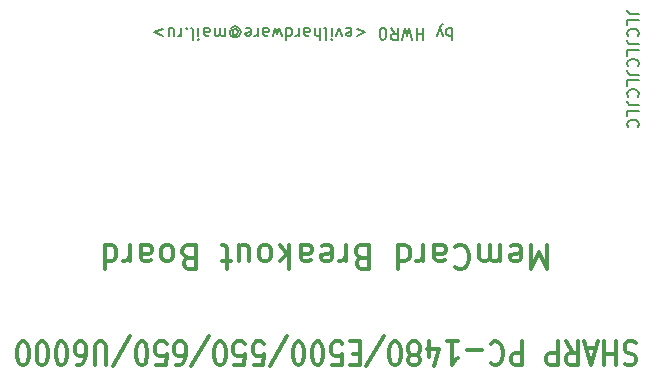
<source format=gbr>
%TF.GenerationSoftware,KiCad,Pcbnew,(5.99.0-11763-gc80efb0f98)*%
%TF.CreationDate,2021-08-26T10:07:41+03:00*%
%TF.ProjectId,E500_MCBB,45353030-5f4d-4434-9242-2e6b69636164,rev?*%
%TF.SameCoordinates,Original*%
%TF.FileFunction,Legend,Top*%
%TF.FilePolarity,Positive*%
%FSLAX46Y46*%
G04 Gerber Fmt 4.6, Leading zero omitted, Abs format (unit mm)*
G04 Created by KiCad (PCBNEW (5.99.0-11763-gc80efb0f98)) date 2021-08-26 10:07:41*
%MOMM*%
%LPD*%
G01*
G04 APERTURE LIST*
G04 Aperture macros list*
%AMFreePoly0*
4,1,36,0.011777,10.205564,0.021898,10.204949,0.028362,10.197649,0.037165,10.193448,0.487165,9.693448,0.493142,9.676557,0.500000,9.660000,0.500000,0.360000,0.496429,0.351379,0.496667,0.342051,0.489395,0.334397,0.485355,0.324645,0.476736,0.321075,0.470307,0.314309,0.300000,0.238617,0.300000,-0.400000,-0.300000,-0.400000,-0.300000,0.150906,-1.456832,0.310469,-1.470608,0.318536,
-1.485355,0.324645,-1.486737,0.327982,-1.489854,0.329807,-1.493890,0.345251,-1.500000,0.360000,-1.500000,9.660000,-1.495640,9.670526,-1.494949,9.681898,-1.488600,9.687520,-1.485355,9.695355,-1.474831,9.699715,-1.466300,9.707269,-0.016300,10.207269,-0.006564,10.206678,0.002628,10.209930,0.011777,10.205564,0.011777,10.205564,$1*%
%AMFreePoly1*
4,1,40,0.018323,10.204236,0.024807,10.203412,0.374807,10.003412,0.379012,9.997983,0.385355,9.995355,0.390310,9.983394,0.398238,9.973156,0.397372,9.966344,0.400000,9.960000,0.400000,0.360000,0.397372,0.353656,0.398238,0.346844,0.390310,0.336606,0.385355,0.324645,0.379012,0.322017,0.374807,0.316588,0.300000,0.273841,0.300000,-0.400000,-0.300000,-0.400000,-0.300000,0.273841,
-0.374807,0.316588,-0.379012,0.322017,-0.385355,0.324645,-0.390310,0.336606,-0.398238,0.346844,-0.397372,0.353656,-0.400000,0.360000,-0.400000,9.960000,-0.397372,9.966344,-0.398238,9.973156,-0.390310,9.983394,-0.385355,9.995355,-0.379012,9.997983,-0.374807,10.003412,-0.024807,10.203412,-0.018323,10.204236,-0.013156,10.208238,0.000000,10.206566,0.013156,10.208238,0.018323,10.204236,
0.018323,10.204236,$1*%
%AMFreePoly2*
4,1,36,0.006564,10.206678,0.016300,10.207269,1.466299,9.707269,1.474829,9.699715,1.485355,9.695355,1.488601,9.687520,1.494949,9.681898,1.495639,9.670527,1.500000,9.660000,1.500000,0.360000,1.493890,0.345251,1.489854,0.329807,1.486737,0.327982,1.485355,0.324645,1.470608,0.318536,1.456832,0.310469,0.300000,0.150906,0.300000,-0.400000,-0.300000,-0.400000,-0.300000,0.238617,
-0.470307,0.314309,-0.476736,0.321075,-0.485355,0.324645,-0.489395,0.334397,-0.496667,0.342051,-0.496429,0.351379,-0.500000,0.360000,-0.500000,9.660000,-0.493142,9.676557,-0.487165,9.693448,-0.037165,10.193448,-0.028363,10.197648,-0.021898,10.204949,-0.011777,10.205564,-0.002628,10.209930,0.006564,10.206678,0.006564,10.206678,$1*%
G04 Aperture macros list end*
%ADD10C,0.370000*%
%ADD11C,0.150000*%
%ADD12C,0.300000*%
%ADD13C,0.010000*%
%ADD14C,0.600000*%
%ADD15FreePoly0,0.000000*%
%ADD16FreePoly1,0.000000*%
%ADD17FreePoly2,0.000000*%
G04 APERTURE END LIST*
D10*
X175645645Y-107939318D02*
X175645645Y-109939318D01*
X174978979Y-108510746D01*
X174312312Y-109939318D01*
X174312312Y-107939318D01*
X172598026Y-108034556D02*
X172788502Y-107939318D01*
X173169455Y-107939318D01*
X173359931Y-108034556D01*
X173455169Y-108225032D01*
X173455169Y-108986937D01*
X173359931Y-109177413D01*
X173169455Y-109272651D01*
X172788502Y-109272651D01*
X172598026Y-109177413D01*
X172502788Y-108986937D01*
X172502788Y-108796460D01*
X173455169Y-108605984D01*
X171645645Y-107939318D02*
X171645645Y-109272651D01*
X171645645Y-109082175D02*
X171550407Y-109177413D01*
X171359931Y-109272651D01*
X171074217Y-109272651D01*
X170883740Y-109177413D01*
X170788502Y-108986937D01*
X170788502Y-107939318D01*
X170788502Y-108986937D02*
X170693264Y-109177413D01*
X170502788Y-109272651D01*
X170217074Y-109272651D01*
X170026598Y-109177413D01*
X169931360Y-108986937D01*
X169931360Y-107939318D01*
X167836121Y-108129794D02*
X167931360Y-108034556D01*
X168217074Y-107939318D01*
X168407550Y-107939318D01*
X168693264Y-108034556D01*
X168883740Y-108225032D01*
X168978979Y-108415508D01*
X169074217Y-108796460D01*
X169074217Y-109082175D01*
X168978979Y-109463127D01*
X168883740Y-109653603D01*
X168693264Y-109844080D01*
X168407550Y-109939318D01*
X168217074Y-109939318D01*
X167931360Y-109844080D01*
X167836121Y-109748841D01*
X166121836Y-107939318D02*
X166121836Y-108986937D01*
X166217074Y-109177413D01*
X166407550Y-109272651D01*
X166788502Y-109272651D01*
X166978979Y-109177413D01*
X166121836Y-108034556D02*
X166312312Y-107939318D01*
X166788502Y-107939318D01*
X166978979Y-108034556D01*
X167074217Y-108225032D01*
X167074217Y-108415508D01*
X166978979Y-108605984D01*
X166788502Y-108701222D01*
X166312312Y-108701222D01*
X166121836Y-108796460D01*
X165169455Y-107939318D02*
X165169455Y-109272651D01*
X165169455Y-108891699D02*
X165074217Y-109082175D01*
X164978979Y-109177413D01*
X164788502Y-109272651D01*
X164598026Y-109272651D01*
X163074217Y-107939318D02*
X163074217Y-109939318D01*
X163074217Y-108034556D02*
X163264693Y-107939318D01*
X163645645Y-107939318D01*
X163836121Y-108034556D01*
X163931360Y-108129794D01*
X164026598Y-108320270D01*
X164026598Y-108891699D01*
X163931360Y-109082175D01*
X163836121Y-109177413D01*
X163645645Y-109272651D01*
X163264693Y-109272651D01*
X163074217Y-109177413D01*
X159931360Y-108986937D02*
X159645645Y-108891699D01*
X159550407Y-108796460D01*
X159455169Y-108605984D01*
X159455169Y-108320270D01*
X159550407Y-108129794D01*
X159645645Y-108034556D01*
X159836121Y-107939318D01*
X160598026Y-107939318D01*
X160598026Y-109939318D01*
X159931360Y-109939318D01*
X159740883Y-109844080D01*
X159645645Y-109748841D01*
X159550407Y-109558365D01*
X159550407Y-109367889D01*
X159645645Y-109177413D01*
X159740883Y-109082175D01*
X159931360Y-108986937D01*
X160598026Y-108986937D01*
X158598026Y-107939318D02*
X158598026Y-109272651D01*
X158598026Y-108891699D02*
X158502788Y-109082175D01*
X158407550Y-109177413D01*
X158217074Y-109272651D01*
X158026598Y-109272651D01*
X156598026Y-108034556D02*
X156788502Y-107939318D01*
X157169455Y-107939318D01*
X157359931Y-108034556D01*
X157455169Y-108225032D01*
X157455169Y-108986937D01*
X157359931Y-109177413D01*
X157169455Y-109272651D01*
X156788502Y-109272651D01*
X156598026Y-109177413D01*
X156502788Y-108986937D01*
X156502788Y-108796460D01*
X157455169Y-108605984D01*
X154788502Y-107939318D02*
X154788502Y-108986937D01*
X154883740Y-109177413D01*
X155074217Y-109272651D01*
X155455169Y-109272651D01*
X155645645Y-109177413D01*
X154788502Y-108034556D02*
X154978979Y-107939318D01*
X155455169Y-107939318D01*
X155645645Y-108034556D01*
X155740883Y-108225032D01*
X155740883Y-108415508D01*
X155645645Y-108605984D01*
X155455169Y-108701222D01*
X154978979Y-108701222D01*
X154788502Y-108796460D01*
X153836121Y-107939318D02*
X153836121Y-109939318D01*
X153645645Y-108701222D02*
X153074217Y-107939318D01*
X153074217Y-109272651D02*
X153836121Y-108510746D01*
X151931360Y-107939318D02*
X152121836Y-108034556D01*
X152217074Y-108129794D01*
X152312312Y-108320270D01*
X152312312Y-108891699D01*
X152217074Y-109082175D01*
X152121836Y-109177413D01*
X151931360Y-109272651D01*
X151645645Y-109272651D01*
X151455169Y-109177413D01*
X151359931Y-109082175D01*
X151264693Y-108891699D01*
X151264693Y-108320270D01*
X151359931Y-108129794D01*
X151455169Y-108034556D01*
X151645645Y-107939318D01*
X151931360Y-107939318D01*
X149550407Y-109272651D02*
X149550407Y-107939318D01*
X150407550Y-109272651D02*
X150407550Y-108225032D01*
X150312312Y-108034556D01*
X150121836Y-107939318D01*
X149836121Y-107939318D01*
X149645645Y-108034556D01*
X149550407Y-108129794D01*
X148883740Y-109272651D02*
X148121836Y-109272651D01*
X148598026Y-109939318D02*
X148598026Y-108225032D01*
X148502788Y-108034556D01*
X148312312Y-107939318D01*
X148121836Y-107939318D01*
X145264693Y-108986937D02*
X144978979Y-108891699D01*
X144883740Y-108796460D01*
X144788502Y-108605984D01*
X144788502Y-108320270D01*
X144883740Y-108129794D01*
X144978979Y-108034556D01*
X145169455Y-107939318D01*
X145931360Y-107939318D01*
X145931360Y-109939318D01*
X145264693Y-109939318D01*
X145074217Y-109844080D01*
X144978979Y-109748841D01*
X144883740Y-109558365D01*
X144883740Y-109367889D01*
X144978979Y-109177413D01*
X145074217Y-109082175D01*
X145264693Y-108986937D01*
X145931360Y-108986937D01*
X143645645Y-107939318D02*
X143836121Y-108034556D01*
X143931360Y-108129794D01*
X144026598Y-108320270D01*
X144026598Y-108891699D01*
X143931360Y-109082175D01*
X143836121Y-109177413D01*
X143645645Y-109272651D01*
X143359931Y-109272651D01*
X143169455Y-109177413D01*
X143074217Y-109082175D01*
X142978979Y-108891699D01*
X142978979Y-108320270D01*
X143074217Y-108129794D01*
X143169455Y-108034556D01*
X143359931Y-107939318D01*
X143645645Y-107939318D01*
X141264693Y-107939318D02*
X141264693Y-108986937D01*
X141359931Y-109177413D01*
X141550407Y-109272651D01*
X141931360Y-109272651D01*
X142121836Y-109177413D01*
X141264693Y-108034556D02*
X141455169Y-107939318D01*
X141931360Y-107939318D01*
X142121836Y-108034556D01*
X142217074Y-108225032D01*
X142217074Y-108415508D01*
X142121836Y-108605984D01*
X141931360Y-108701222D01*
X141455169Y-108701222D01*
X141264693Y-108796460D01*
X140312312Y-107939318D02*
X140312312Y-109272651D01*
X140312312Y-108891699D02*
X140217074Y-109082175D01*
X140121836Y-109177413D01*
X139931360Y-109272651D01*
X139740883Y-109272651D01*
X138217074Y-107939318D02*
X138217074Y-109939318D01*
X138217074Y-108034556D02*
X138407550Y-107939318D01*
X138788502Y-107939318D01*
X138978979Y-108034556D01*
X139074217Y-108129794D01*
X139169455Y-108320270D01*
X139169455Y-108891699D01*
X139074217Y-109082175D01*
X138978979Y-109177413D01*
X138788502Y-109272651D01*
X138407550Y-109272651D01*
X138217074Y-109177413D01*
D11*
X183435239Y-88367812D02*
X182720953Y-88367812D01*
X182578096Y-88320193D01*
X182482858Y-88224955D01*
X182435239Y-88082098D01*
X182435239Y-87986860D01*
X182435239Y-89320193D02*
X182435239Y-88844002D01*
X183435239Y-88844002D01*
X182530477Y-90224955D02*
X182482858Y-90177336D01*
X182435239Y-90034479D01*
X182435239Y-89939240D01*
X182482858Y-89796383D01*
X182578096Y-89701145D01*
X182673334Y-89653526D01*
X182863810Y-89605907D01*
X183006667Y-89605907D01*
X183197143Y-89653526D01*
X183292381Y-89701145D01*
X183387620Y-89796383D01*
X183435239Y-89939240D01*
X183435239Y-90034479D01*
X183387620Y-90177336D01*
X183340000Y-90224955D01*
X183435239Y-90939240D02*
X182720953Y-90939240D01*
X182578096Y-90891621D01*
X182482858Y-90796383D01*
X182435239Y-90653526D01*
X182435239Y-90558288D01*
X182435239Y-91891621D02*
X182435239Y-91415431D01*
X183435239Y-91415431D01*
X182530477Y-92796383D02*
X182482858Y-92748764D01*
X182435239Y-92605907D01*
X182435239Y-92510669D01*
X182482858Y-92367812D01*
X182578096Y-92272574D01*
X182673334Y-92224955D01*
X182863810Y-92177336D01*
X183006667Y-92177336D01*
X183197143Y-92224955D01*
X183292381Y-92272574D01*
X183387620Y-92367812D01*
X183435239Y-92510669D01*
X183435239Y-92605907D01*
X183387620Y-92748764D01*
X183340000Y-92796383D01*
X183435239Y-93510669D02*
X182720953Y-93510669D01*
X182578096Y-93463050D01*
X182482858Y-93367812D01*
X182435239Y-93224955D01*
X182435239Y-93129717D01*
X182435239Y-94463050D02*
X182435239Y-93986860D01*
X183435239Y-93986860D01*
X182530477Y-95367812D02*
X182482858Y-95320193D01*
X182435239Y-95177336D01*
X182435239Y-95082098D01*
X182482858Y-94939240D01*
X182578096Y-94844002D01*
X182673334Y-94796383D01*
X182863810Y-94748764D01*
X183006667Y-94748764D01*
X183197143Y-94796383D01*
X183292381Y-94844002D01*
X183387620Y-94939240D01*
X183435239Y-95082098D01*
X183435239Y-95177336D01*
X183387620Y-95320193D01*
X183340000Y-95367812D01*
X183435239Y-96082098D02*
X182720953Y-96082098D01*
X182578096Y-96034479D01*
X182482858Y-95939240D01*
X182435239Y-95796383D01*
X182435239Y-95701145D01*
X182435239Y-97034479D02*
X182435239Y-96558288D01*
X183435239Y-96558288D01*
X182530477Y-97939240D02*
X182482858Y-97891621D01*
X182435239Y-97748764D01*
X182435239Y-97653526D01*
X182482858Y-97510669D01*
X182578096Y-97415431D01*
X182673334Y-97367812D01*
X182863810Y-97320193D01*
X183006667Y-97320193D01*
X183197143Y-97367812D01*
X183292381Y-97415431D01*
X183387620Y-97510669D01*
X183435239Y-97653526D01*
X183435239Y-97748764D01*
X183387620Y-97891621D01*
X183340000Y-97939240D01*
X167619047Y-89547619D02*
X167619047Y-90547619D01*
X167619047Y-90166666D02*
X167523809Y-90214285D01*
X167333333Y-90214285D01*
X167238095Y-90166666D01*
X167190476Y-90119047D01*
X167142857Y-90023809D01*
X167142857Y-89738095D01*
X167190476Y-89642857D01*
X167238095Y-89595238D01*
X167333333Y-89547619D01*
X167523809Y-89547619D01*
X167619047Y-89595238D01*
X166809523Y-90214285D02*
X166571428Y-89547619D01*
X166333333Y-90214285D02*
X166571428Y-89547619D01*
X166666666Y-89309523D01*
X166714285Y-89261904D01*
X166809523Y-89214285D01*
X165190476Y-89547619D02*
X165190476Y-90547619D01*
X165190476Y-90071428D02*
X164619047Y-90071428D01*
X164619047Y-89547619D02*
X164619047Y-90547619D01*
X164238095Y-90547619D02*
X164000000Y-89547619D01*
X163809523Y-90261904D01*
X163619047Y-89547619D01*
X163380952Y-90547619D01*
X162428571Y-89547619D02*
X162761904Y-90023809D01*
X163000000Y-89547619D02*
X163000000Y-90547619D01*
X162619047Y-90547619D01*
X162523809Y-90500000D01*
X162476190Y-90452380D01*
X162428571Y-90357142D01*
X162428571Y-90214285D01*
X162476190Y-90119047D01*
X162523809Y-90071428D01*
X162619047Y-90023809D01*
X163000000Y-90023809D01*
X161809523Y-90547619D02*
X161714285Y-90547619D01*
X161619047Y-90500000D01*
X161571428Y-90452380D01*
X161523809Y-90357142D01*
X161476190Y-90166666D01*
X161476190Y-89928571D01*
X161523809Y-89738095D01*
X161571428Y-89642857D01*
X161619047Y-89595238D01*
X161714285Y-89547619D01*
X161809523Y-89547619D01*
X161904761Y-89595238D01*
X161952380Y-89642857D01*
X162000000Y-89738095D01*
X162047619Y-89928571D01*
X162047619Y-90166666D01*
X162000000Y-90357142D01*
X161952380Y-90452380D01*
X161904761Y-90500000D01*
X161809523Y-90547619D01*
X159523809Y-90214285D02*
X160285714Y-89928571D01*
X159523809Y-89642857D01*
X158666666Y-89595238D02*
X158761904Y-89547619D01*
X158952380Y-89547619D01*
X159047619Y-89595238D01*
X159095238Y-89690476D01*
X159095238Y-90071428D01*
X159047619Y-90166666D01*
X158952380Y-90214285D01*
X158761904Y-90214285D01*
X158666666Y-90166666D01*
X158619047Y-90071428D01*
X158619047Y-89976190D01*
X159095238Y-89880952D01*
X158285714Y-90214285D02*
X158047619Y-89547619D01*
X157809523Y-90214285D01*
X157428571Y-89547619D02*
X157428571Y-90214285D01*
X157428571Y-90547619D02*
X157476190Y-90500000D01*
X157428571Y-90452380D01*
X157380952Y-90500000D01*
X157428571Y-90547619D01*
X157428571Y-90452380D01*
X156809523Y-89547619D02*
X156904761Y-89595238D01*
X156952380Y-89690476D01*
X156952380Y-90547619D01*
X156428571Y-89547619D02*
X156428571Y-90547619D01*
X156000000Y-89547619D02*
X156000000Y-90071428D01*
X156047619Y-90166666D01*
X156142857Y-90214285D01*
X156285714Y-90214285D01*
X156380952Y-90166666D01*
X156428571Y-90119047D01*
X155095238Y-89547619D02*
X155095238Y-90071428D01*
X155142857Y-90166666D01*
X155238095Y-90214285D01*
X155428571Y-90214285D01*
X155523809Y-90166666D01*
X155095238Y-89595238D02*
X155190476Y-89547619D01*
X155428571Y-89547619D01*
X155523809Y-89595238D01*
X155571428Y-89690476D01*
X155571428Y-89785714D01*
X155523809Y-89880952D01*
X155428571Y-89928571D01*
X155190476Y-89928571D01*
X155095238Y-89976190D01*
X154619047Y-89547619D02*
X154619047Y-90214285D01*
X154619047Y-90023809D02*
X154571428Y-90119047D01*
X154523809Y-90166666D01*
X154428571Y-90214285D01*
X154333333Y-90214285D01*
X153571428Y-89547619D02*
X153571428Y-90547619D01*
X153571428Y-89595238D02*
X153666666Y-89547619D01*
X153857142Y-89547619D01*
X153952380Y-89595238D01*
X154000000Y-89642857D01*
X154047619Y-89738095D01*
X154047619Y-90023809D01*
X154000000Y-90119047D01*
X153952380Y-90166666D01*
X153857142Y-90214285D01*
X153666666Y-90214285D01*
X153571428Y-90166666D01*
X153190476Y-90214285D02*
X153000000Y-89547619D01*
X152809523Y-90023809D01*
X152619047Y-89547619D01*
X152428571Y-90214285D01*
X151619047Y-89547619D02*
X151619047Y-90071428D01*
X151666666Y-90166666D01*
X151761904Y-90214285D01*
X151952380Y-90214285D01*
X152047619Y-90166666D01*
X151619047Y-89595238D02*
X151714285Y-89547619D01*
X151952380Y-89547619D01*
X152047619Y-89595238D01*
X152095238Y-89690476D01*
X152095238Y-89785714D01*
X152047619Y-89880952D01*
X151952380Y-89928571D01*
X151714285Y-89928571D01*
X151619047Y-89976190D01*
X151142857Y-89547619D02*
X151142857Y-90214285D01*
X151142857Y-90023809D02*
X151095238Y-90119047D01*
X151047619Y-90166666D01*
X150952380Y-90214285D01*
X150857142Y-90214285D01*
X150142857Y-89595238D02*
X150238095Y-89547619D01*
X150428571Y-89547619D01*
X150523809Y-89595238D01*
X150571428Y-89690476D01*
X150571428Y-90071428D01*
X150523809Y-90166666D01*
X150428571Y-90214285D01*
X150238095Y-90214285D01*
X150142857Y-90166666D01*
X150095238Y-90071428D01*
X150095238Y-89976190D01*
X150571428Y-89880952D01*
X149047619Y-90023809D02*
X149095238Y-90071428D01*
X149190476Y-90119047D01*
X149285714Y-90119047D01*
X149380952Y-90071428D01*
X149428571Y-90023809D01*
X149476190Y-89928571D01*
X149476190Y-89833333D01*
X149428571Y-89738095D01*
X149380952Y-89690476D01*
X149285714Y-89642857D01*
X149190476Y-89642857D01*
X149095238Y-89690476D01*
X149047619Y-89738095D01*
X149047619Y-90119047D02*
X149047619Y-89738095D01*
X149000000Y-89690476D01*
X148952380Y-89690476D01*
X148857142Y-89738095D01*
X148809523Y-89833333D01*
X148809523Y-90071428D01*
X148904761Y-90214285D01*
X149047619Y-90309523D01*
X149238095Y-90357142D01*
X149428571Y-90309523D01*
X149571428Y-90214285D01*
X149666666Y-90071428D01*
X149714285Y-89880952D01*
X149666666Y-89690476D01*
X149571428Y-89547619D01*
X149428571Y-89452380D01*
X149238095Y-89404761D01*
X149047619Y-89452380D01*
X148904761Y-89547619D01*
X148380952Y-89547619D02*
X148380952Y-90214285D01*
X148380952Y-90119047D02*
X148333333Y-90166666D01*
X148238095Y-90214285D01*
X148095238Y-90214285D01*
X148000000Y-90166666D01*
X147952380Y-90071428D01*
X147952380Y-89547619D01*
X147952380Y-90071428D02*
X147904761Y-90166666D01*
X147809523Y-90214285D01*
X147666666Y-90214285D01*
X147571428Y-90166666D01*
X147523809Y-90071428D01*
X147523809Y-89547619D01*
X146619047Y-89547619D02*
X146619047Y-90071428D01*
X146666666Y-90166666D01*
X146761904Y-90214285D01*
X146952380Y-90214285D01*
X147047619Y-90166666D01*
X146619047Y-89595238D02*
X146714285Y-89547619D01*
X146952380Y-89547619D01*
X147047619Y-89595238D01*
X147095238Y-89690476D01*
X147095238Y-89785714D01*
X147047619Y-89880952D01*
X146952380Y-89928571D01*
X146714285Y-89928571D01*
X146619047Y-89976190D01*
X146142857Y-89547619D02*
X146142857Y-90214285D01*
X146142857Y-90547619D02*
X146190476Y-90500000D01*
X146142857Y-90452380D01*
X146095238Y-90500000D01*
X146142857Y-90547619D01*
X146142857Y-90452380D01*
X145523809Y-89547619D02*
X145619047Y-89595238D01*
X145666666Y-89690476D01*
X145666666Y-90547619D01*
X145142857Y-89642857D02*
X145095238Y-89595238D01*
X145142857Y-89547619D01*
X145190476Y-89595238D01*
X145142857Y-89642857D01*
X145142857Y-89547619D01*
X144666666Y-89547619D02*
X144666666Y-90214285D01*
X144666666Y-90023809D02*
X144619047Y-90119047D01*
X144571428Y-90166666D01*
X144476190Y-90214285D01*
X144380952Y-90214285D01*
X143619047Y-90214285D02*
X143619047Y-89547619D01*
X144047619Y-90214285D02*
X144047619Y-89690476D01*
X144000000Y-89595238D01*
X143904761Y-89547619D01*
X143761904Y-89547619D01*
X143666666Y-89595238D01*
X143619047Y-89642857D01*
X143142857Y-90214285D02*
X142380952Y-89928571D01*
X143142857Y-89642857D01*
D12*
X183188095Y-116190476D02*
X182945238Y-116095238D01*
X182540476Y-116095238D01*
X182378571Y-116190476D01*
X182297619Y-116285714D01*
X182216666Y-116476190D01*
X182216666Y-116666666D01*
X182297619Y-116857142D01*
X182378571Y-116952380D01*
X182540476Y-117047619D01*
X182864285Y-117142857D01*
X183026190Y-117238095D01*
X183107142Y-117333333D01*
X183188095Y-117523809D01*
X183188095Y-117714285D01*
X183107142Y-117904761D01*
X183026190Y-118000000D01*
X182864285Y-118095238D01*
X182459523Y-118095238D01*
X182216666Y-118000000D01*
X181488095Y-116095238D02*
X181488095Y-118095238D01*
X181488095Y-117142857D02*
X180516666Y-117142857D01*
X180516666Y-116095238D02*
X180516666Y-118095238D01*
X179788095Y-116666666D02*
X178978571Y-116666666D01*
X179950000Y-116095238D02*
X179383333Y-118095238D01*
X178816666Y-116095238D01*
X177278571Y-116095238D02*
X177845238Y-117047619D01*
X178250000Y-116095238D02*
X178250000Y-118095238D01*
X177602380Y-118095238D01*
X177440476Y-118000000D01*
X177359523Y-117904761D01*
X177278571Y-117714285D01*
X177278571Y-117428571D01*
X177359523Y-117238095D01*
X177440476Y-117142857D01*
X177602380Y-117047619D01*
X178250000Y-117047619D01*
X176550000Y-116095238D02*
X176550000Y-118095238D01*
X175902380Y-118095238D01*
X175740476Y-118000000D01*
X175659523Y-117904761D01*
X175578571Y-117714285D01*
X175578571Y-117428571D01*
X175659523Y-117238095D01*
X175740476Y-117142857D01*
X175902380Y-117047619D01*
X176550000Y-117047619D01*
X173554761Y-116095238D02*
X173554761Y-118095238D01*
X172907142Y-118095238D01*
X172745238Y-118000000D01*
X172664285Y-117904761D01*
X172583333Y-117714285D01*
X172583333Y-117428571D01*
X172664285Y-117238095D01*
X172745238Y-117142857D01*
X172907142Y-117047619D01*
X173554761Y-117047619D01*
X170883333Y-116285714D02*
X170964285Y-116190476D01*
X171207142Y-116095238D01*
X171369047Y-116095238D01*
X171611904Y-116190476D01*
X171773809Y-116380952D01*
X171854761Y-116571428D01*
X171935714Y-116952380D01*
X171935714Y-117238095D01*
X171854761Y-117619047D01*
X171773809Y-117809523D01*
X171611904Y-118000000D01*
X171369047Y-118095238D01*
X171207142Y-118095238D01*
X170964285Y-118000000D01*
X170883333Y-117904761D01*
X170154761Y-116857142D02*
X168859523Y-116857142D01*
X167159523Y-116095238D02*
X168130952Y-116095238D01*
X167645238Y-116095238D02*
X167645238Y-118095238D01*
X167807142Y-117809523D01*
X167969047Y-117619047D01*
X168130952Y-117523809D01*
X165702380Y-117428571D02*
X165702380Y-116095238D01*
X166107142Y-118190476D02*
X166511904Y-116761904D01*
X165459523Y-116761904D01*
X164569047Y-117238095D02*
X164730952Y-117333333D01*
X164811904Y-117428571D01*
X164892857Y-117619047D01*
X164892857Y-117714285D01*
X164811904Y-117904761D01*
X164730952Y-118000000D01*
X164569047Y-118095238D01*
X164245238Y-118095238D01*
X164083333Y-118000000D01*
X164002380Y-117904761D01*
X163921428Y-117714285D01*
X163921428Y-117619047D01*
X164002380Y-117428571D01*
X164083333Y-117333333D01*
X164245238Y-117238095D01*
X164569047Y-117238095D01*
X164730952Y-117142857D01*
X164811904Y-117047619D01*
X164892857Y-116857142D01*
X164892857Y-116476190D01*
X164811904Y-116285714D01*
X164730952Y-116190476D01*
X164569047Y-116095238D01*
X164245238Y-116095238D01*
X164083333Y-116190476D01*
X164002380Y-116285714D01*
X163921428Y-116476190D01*
X163921428Y-116857142D01*
X164002380Y-117047619D01*
X164083333Y-117142857D01*
X164245238Y-117238095D01*
X162869047Y-118095238D02*
X162707142Y-118095238D01*
X162545238Y-118000000D01*
X162464285Y-117904761D01*
X162383333Y-117714285D01*
X162302380Y-117333333D01*
X162302380Y-116857142D01*
X162383333Y-116476190D01*
X162464285Y-116285714D01*
X162545238Y-116190476D01*
X162707142Y-116095238D01*
X162869047Y-116095238D01*
X163030952Y-116190476D01*
X163111904Y-116285714D01*
X163192857Y-116476190D01*
X163273809Y-116857142D01*
X163273809Y-117333333D01*
X163192857Y-117714285D01*
X163111904Y-117904761D01*
X163030952Y-118000000D01*
X162869047Y-118095238D01*
X160359523Y-118190476D02*
X161816666Y-115619047D01*
X159792857Y-117142857D02*
X159226190Y-117142857D01*
X158983333Y-116095238D02*
X159792857Y-116095238D01*
X159792857Y-118095238D01*
X158983333Y-118095238D01*
X157445238Y-118095238D02*
X158254761Y-118095238D01*
X158335714Y-117142857D01*
X158254761Y-117238095D01*
X158092857Y-117333333D01*
X157688095Y-117333333D01*
X157526190Y-117238095D01*
X157445238Y-117142857D01*
X157364285Y-116952380D01*
X157364285Y-116476190D01*
X157445238Y-116285714D01*
X157526190Y-116190476D01*
X157688095Y-116095238D01*
X158092857Y-116095238D01*
X158254761Y-116190476D01*
X158335714Y-116285714D01*
X156311904Y-118095238D02*
X156150000Y-118095238D01*
X155988095Y-118000000D01*
X155907142Y-117904761D01*
X155826190Y-117714285D01*
X155745238Y-117333333D01*
X155745238Y-116857142D01*
X155826190Y-116476190D01*
X155907142Y-116285714D01*
X155988095Y-116190476D01*
X156150000Y-116095238D01*
X156311904Y-116095238D01*
X156473809Y-116190476D01*
X156554761Y-116285714D01*
X156635714Y-116476190D01*
X156716666Y-116857142D01*
X156716666Y-117333333D01*
X156635714Y-117714285D01*
X156554761Y-117904761D01*
X156473809Y-118000000D01*
X156311904Y-118095238D01*
X154692857Y-118095238D02*
X154530952Y-118095238D01*
X154369047Y-118000000D01*
X154288095Y-117904761D01*
X154207142Y-117714285D01*
X154126190Y-117333333D01*
X154126190Y-116857142D01*
X154207142Y-116476190D01*
X154288095Y-116285714D01*
X154369047Y-116190476D01*
X154530952Y-116095238D01*
X154692857Y-116095238D01*
X154854761Y-116190476D01*
X154935714Y-116285714D01*
X155016666Y-116476190D01*
X155097619Y-116857142D01*
X155097619Y-117333333D01*
X155016666Y-117714285D01*
X154935714Y-117904761D01*
X154854761Y-118000000D01*
X154692857Y-118095238D01*
X152183333Y-118190476D02*
X153640476Y-115619047D01*
X150807142Y-118095238D02*
X151616666Y-118095238D01*
X151697619Y-117142857D01*
X151616666Y-117238095D01*
X151454761Y-117333333D01*
X151050000Y-117333333D01*
X150888095Y-117238095D01*
X150807142Y-117142857D01*
X150726190Y-116952380D01*
X150726190Y-116476190D01*
X150807142Y-116285714D01*
X150888095Y-116190476D01*
X151050000Y-116095238D01*
X151454761Y-116095238D01*
X151616666Y-116190476D01*
X151697619Y-116285714D01*
X149188095Y-118095238D02*
X149997619Y-118095238D01*
X150078571Y-117142857D01*
X149997619Y-117238095D01*
X149835714Y-117333333D01*
X149430952Y-117333333D01*
X149269047Y-117238095D01*
X149188095Y-117142857D01*
X149107142Y-116952380D01*
X149107142Y-116476190D01*
X149188095Y-116285714D01*
X149269047Y-116190476D01*
X149430952Y-116095238D01*
X149835714Y-116095238D01*
X149997619Y-116190476D01*
X150078571Y-116285714D01*
X148054761Y-118095238D02*
X147892857Y-118095238D01*
X147730952Y-118000000D01*
X147650000Y-117904761D01*
X147569047Y-117714285D01*
X147488095Y-117333333D01*
X147488095Y-116857142D01*
X147569047Y-116476190D01*
X147650000Y-116285714D01*
X147730952Y-116190476D01*
X147892857Y-116095238D01*
X148054761Y-116095238D01*
X148216666Y-116190476D01*
X148297619Y-116285714D01*
X148378571Y-116476190D01*
X148459523Y-116857142D01*
X148459523Y-117333333D01*
X148378571Y-117714285D01*
X148297619Y-117904761D01*
X148216666Y-118000000D01*
X148054761Y-118095238D01*
X145545238Y-118190476D02*
X147002380Y-115619047D01*
X144250000Y-118095238D02*
X144573809Y-118095238D01*
X144735714Y-118000000D01*
X144816666Y-117904761D01*
X144978571Y-117619047D01*
X145059523Y-117238095D01*
X145059523Y-116476190D01*
X144978571Y-116285714D01*
X144897619Y-116190476D01*
X144735714Y-116095238D01*
X144411904Y-116095238D01*
X144250000Y-116190476D01*
X144169047Y-116285714D01*
X144088095Y-116476190D01*
X144088095Y-116952380D01*
X144169047Y-117142857D01*
X144250000Y-117238095D01*
X144411904Y-117333333D01*
X144735714Y-117333333D01*
X144897619Y-117238095D01*
X144978571Y-117142857D01*
X145059523Y-116952380D01*
X142550000Y-118095238D02*
X143359523Y-118095238D01*
X143440476Y-117142857D01*
X143359523Y-117238095D01*
X143197619Y-117333333D01*
X142792857Y-117333333D01*
X142630952Y-117238095D01*
X142550000Y-117142857D01*
X142469047Y-116952380D01*
X142469047Y-116476190D01*
X142550000Y-116285714D01*
X142630952Y-116190476D01*
X142792857Y-116095238D01*
X143197619Y-116095238D01*
X143359523Y-116190476D01*
X143440476Y-116285714D01*
X141416666Y-118095238D02*
X141254761Y-118095238D01*
X141092857Y-118000000D01*
X141011904Y-117904761D01*
X140930952Y-117714285D01*
X140850000Y-117333333D01*
X140850000Y-116857142D01*
X140930952Y-116476190D01*
X141011904Y-116285714D01*
X141092857Y-116190476D01*
X141254761Y-116095238D01*
X141416666Y-116095238D01*
X141578571Y-116190476D01*
X141659523Y-116285714D01*
X141740476Y-116476190D01*
X141821428Y-116857142D01*
X141821428Y-117333333D01*
X141740476Y-117714285D01*
X141659523Y-117904761D01*
X141578571Y-118000000D01*
X141416666Y-118095238D01*
X138907142Y-118190476D02*
X140364285Y-115619047D01*
X138340476Y-118095238D02*
X138340476Y-116476190D01*
X138259523Y-116285714D01*
X138178571Y-116190476D01*
X138016666Y-116095238D01*
X137692857Y-116095238D01*
X137530952Y-116190476D01*
X137450000Y-116285714D01*
X137369047Y-116476190D01*
X137369047Y-118095238D01*
X135830952Y-118095238D02*
X136154761Y-118095238D01*
X136316666Y-118000000D01*
X136397619Y-117904761D01*
X136559523Y-117619047D01*
X136640476Y-117238095D01*
X136640476Y-116476190D01*
X136559523Y-116285714D01*
X136478571Y-116190476D01*
X136316666Y-116095238D01*
X135992857Y-116095238D01*
X135830952Y-116190476D01*
X135750000Y-116285714D01*
X135669047Y-116476190D01*
X135669047Y-116952380D01*
X135750000Y-117142857D01*
X135830952Y-117238095D01*
X135992857Y-117333333D01*
X136316666Y-117333333D01*
X136478571Y-117238095D01*
X136559523Y-117142857D01*
X136640476Y-116952380D01*
X134616666Y-118095238D02*
X134454761Y-118095238D01*
X134292857Y-118000000D01*
X134211904Y-117904761D01*
X134130952Y-117714285D01*
X134050000Y-117333333D01*
X134050000Y-116857142D01*
X134130952Y-116476190D01*
X134211904Y-116285714D01*
X134292857Y-116190476D01*
X134454761Y-116095238D01*
X134616666Y-116095238D01*
X134778571Y-116190476D01*
X134859523Y-116285714D01*
X134940476Y-116476190D01*
X135021428Y-116857142D01*
X135021428Y-117333333D01*
X134940476Y-117714285D01*
X134859523Y-117904761D01*
X134778571Y-118000000D01*
X134616666Y-118095238D01*
X132997619Y-118095238D02*
X132835714Y-118095238D01*
X132673809Y-118000000D01*
X132592857Y-117904761D01*
X132511904Y-117714285D01*
X132430952Y-117333333D01*
X132430952Y-116857142D01*
X132511904Y-116476190D01*
X132592857Y-116285714D01*
X132673809Y-116190476D01*
X132835714Y-116095238D01*
X132997619Y-116095238D01*
X133159523Y-116190476D01*
X133240476Y-116285714D01*
X133321428Y-116476190D01*
X133402380Y-116857142D01*
X133402380Y-117333333D01*
X133321428Y-117714285D01*
X133240476Y-117904761D01*
X133159523Y-118000000D01*
X132997619Y-118095238D01*
X131378571Y-118095238D02*
X131216666Y-118095238D01*
X131054761Y-118000000D01*
X130973809Y-117904761D01*
X130892857Y-117714285D01*
X130811904Y-117333333D01*
X130811904Y-116857142D01*
X130892857Y-116476190D01*
X130973809Y-116285714D01*
X131054761Y-116190476D01*
X131216666Y-116095238D01*
X131378571Y-116095238D01*
X131540476Y-116190476D01*
X131621428Y-116285714D01*
X131702380Y-116476190D01*
X131783333Y-116857142D01*
X131783333Y-117333333D01*
X131702380Y-117714285D01*
X131621428Y-117904761D01*
X131540476Y-118000000D01*
X131378571Y-118095238D01*
%LPC*%
D13*
%TO.C,G\u002A\u002A\u002A*%
X169927781Y-113640980D02*
X169914987Y-113619671D01*
X169914987Y-113619671D02*
X169914459Y-113618423D01*
X169914459Y-113618423D02*
X169895639Y-113588485D01*
X169895639Y-113588485D02*
X169863949Y-113553098D01*
X169863949Y-113553098D02*
X169824861Y-113517397D01*
X169824861Y-113517397D02*
X169783845Y-113486519D01*
X169783845Y-113486519D02*
X169756965Y-113470550D01*
X169756965Y-113470550D02*
X169725331Y-113455292D01*
X169725331Y-113455292D02*
X169694737Y-113443057D01*
X169694737Y-113443057D02*
X169662504Y-113433577D01*
X169662504Y-113433577D02*
X169625954Y-113426586D01*
X169625954Y-113426586D02*
X169582410Y-113421816D01*
X169582410Y-113421816D02*
X169529193Y-113418999D01*
X169529193Y-113418999D02*
X169463625Y-113417868D01*
X169463625Y-113417868D02*
X169383029Y-113418157D01*
X169383029Y-113418157D02*
X169284727Y-113419596D01*
X169284727Y-113419596D02*
X169252558Y-113420191D01*
X169252558Y-113420191D02*
X169028727Y-113426079D01*
X169028727Y-113426079D02*
X168790492Y-113435363D01*
X168790492Y-113435363D02*
X168544295Y-113447721D01*
X168544295Y-113447721D02*
X168296579Y-113462831D01*
X168296579Y-113462831D02*
X168060584Y-113479838D01*
X168060584Y-113479838D02*
X167973805Y-113486886D01*
X167973805Y-113486886D02*
X167905089Y-113493439D01*
X167905089Y-113493439D02*
X167851358Y-113500249D01*
X167851358Y-113500249D02*
X167809536Y-113508071D01*
X167809536Y-113508071D02*
X167776547Y-113517655D01*
X167776547Y-113517655D02*
X167749315Y-113529755D01*
X167749315Y-113529755D02*
X167724761Y-113545124D01*
X167724761Y-113545124D02*
X167699811Y-113564513D01*
X167699811Y-113564513D02*
X167693752Y-113569570D01*
X167693752Y-113569570D02*
X167655137Y-113597906D01*
X167655137Y-113597906D02*
X167621837Y-113610148D01*
X167621837Y-113610148D02*
X167586721Y-113607332D01*
X167586721Y-113607332D02*
X167544383Y-113591287D01*
X167544383Y-113591287D02*
X167491854Y-113563374D01*
X167491854Y-113563374D02*
X167438767Y-113528426D01*
X167438767Y-113528426D02*
X167388352Y-113489351D01*
X167388352Y-113489351D02*
X167343839Y-113449052D01*
X167343839Y-113449052D02*
X167308456Y-113410436D01*
X167308456Y-113410436D02*
X167285432Y-113376407D01*
X167285432Y-113376407D02*
X167277944Y-113351581D01*
X167277944Y-113351581D02*
X167288081Y-113316614D01*
X167288081Y-113316614D02*
X167316721Y-113285456D01*
X167316721Y-113285456D02*
X167355848Y-113263275D01*
X167355848Y-113263275D02*
X167394709Y-113240642D01*
X167394709Y-113240642D02*
X167420086Y-113208364D01*
X167420086Y-113208364D02*
X167435990Y-113162746D01*
X167435990Y-113162746D02*
X167439369Y-113142249D01*
X167439369Y-113142249D02*
X167444373Y-113103102D01*
X167444373Y-113103102D02*
X167450742Y-113047745D01*
X167450742Y-113047745D02*
X167458214Y-112978621D01*
X167458214Y-112978621D02*
X167466531Y-112898170D01*
X167466531Y-112898170D02*
X167475433Y-112808832D01*
X167475433Y-112808832D02*
X167484658Y-112713050D01*
X167484658Y-112713050D02*
X167490145Y-112654534D01*
X167490145Y-112654534D02*
X167503736Y-112508967D01*
X167503736Y-112508967D02*
X167515756Y-112382286D01*
X167515756Y-112382286D02*
X167526439Y-112272278D01*
X167526439Y-112272278D02*
X167536022Y-112176733D01*
X167536022Y-112176733D02*
X167544738Y-112093436D01*
X167544738Y-112093436D02*
X167552824Y-112020177D01*
X167552824Y-112020177D02*
X167560514Y-111954743D01*
X167560514Y-111954743D02*
X167568043Y-111894921D01*
X167568043Y-111894921D02*
X167575647Y-111838500D01*
X167575647Y-111838500D02*
X167580556Y-111803878D01*
X167580556Y-111803878D02*
X167586950Y-111757296D01*
X167586950Y-111757296D02*
X167591551Y-111719219D01*
X167591551Y-111719219D02*
X167593871Y-111694029D01*
X167593871Y-111694029D02*
X167593705Y-111686040D01*
X167593705Y-111686040D02*
X167583158Y-111680043D01*
X167583158Y-111680043D02*
X167559275Y-111667569D01*
X167559275Y-111667569D02*
X167533741Y-111654604D01*
X167533741Y-111654604D02*
X167477905Y-111621023D01*
X167477905Y-111621023D02*
X167429493Y-111581402D01*
X167429493Y-111581402D02*
X167392752Y-111539801D01*
X167392752Y-111539801D02*
X167371930Y-111500285D01*
X167371930Y-111500285D02*
X167371730Y-111499628D01*
X167371730Y-111499628D02*
X167366146Y-111459680D01*
X167366146Y-111459680D02*
X167377478Y-111429815D01*
X167377478Y-111429815D02*
X167406938Y-111408443D01*
X167406938Y-111408443D02*
X167451669Y-111394794D01*
X167451669Y-111394794D02*
X167476667Y-111390111D01*
X167476667Y-111390111D02*
X167499424Y-111387727D01*
X167499424Y-111387727D02*
X167524043Y-111388025D01*
X167524043Y-111388025D02*
X167554630Y-111391388D01*
X167554630Y-111391388D02*
X167595287Y-111398198D01*
X167595287Y-111398198D02*
X167650120Y-111408837D01*
X167650120Y-111408837D02*
X167690866Y-111417083D01*
X167690866Y-111417083D02*
X167773534Y-111429891D01*
X167773534Y-111429891D02*
X167875304Y-111438769D01*
X167875304Y-111438769D02*
X167994474Y-111443727D01*
X167994474Y-111443727D02*
X168129340Y-111444776D01*
X168129340Y-111444776D02*
X168278200Y-111441929D01*
X168278200Y-111441929D02*
X168439350Y-111435197D01*
X168439350Y-111435197D02*
X168611088Y-111424591D01*
X168611088Y-111424591D02*
X168791710Y-111410123D01*
X168791710Y-111410123D02*
X168797285Y-111409626D01*
X168797285Y-111409626D02*
X168975082Y-111392319D01*
X168975082Y-111392319D02*
X169131921Y-111374060D01*
X169131921Y-111374060D02*
X169267769Y-111354854D01*
X169267769Y-111354854D02*
X169382590Y-111334708D01*
X169382590Y-111334708D02*
X169476348Y-111313627D01*
X169476348Y-111313627D02*
X169549007Y-111291618D01*
X169549007Y-111291618D02*
X169583453Y-111277505D01*
X169583453Y-111277505D02*
X169655530Y-111252206D01*
X169655530Y-111252206D02*
X169723456Y-111246870D01*
X169723456Y-111246870D02*
X169789933Y-111261425D01*
X169789933Y-111261425D02*
X169813709Y-111271369D01*
X169813709Y-111271369D02*
X169874553Y-111308047D01*
X169874553Y-111308047D02*
X169934140Y-111358568D01*
X169934140Y-111358568D02*
X169988341Y-111418121D01*
X169988341Y-111418121D02*
X170033027Y-111481891D01*
X170033027Y-111481891D02*
X170064070Y-111545067D01*
X170064070Y-111545067D02*
X170072830Y-111573425D01*
X170072830Y-111573425D02*
X170079536Y-111610435D01*
X170079536Y-111610435D02*
X170078558Y-111642599D01*
X170078558Y-111642599D02*
X170069454Y-111681664D01*
X170069454Y-111681664D02*
X170068642Y-111684477D01*
X170068642Y-111684477D02*
X170054713Y-111721216D01*
X170054713Y-111721216D02*
X170035835Y-111756996D01*
X170035835Y-111756996D02*
X170015450Y-111786518D01*
X170015450Y-111786518D02*
X169997002Y-111804480D01*
X169997002Y-111804480D02*
X169988708Y-111807514D01*
X169988708Y-111807514D02*
X169980031Y-111798754D01*
X169980031Y-111798754D02*
X169965829Y-111775943D01*
X169965829Y-111775943D02*
X169951405Y-111748448D01*
X169951405Y-111748448D02*
X169909072Y-111679378D01*
X169909072Y-111679378D02*
X169856775Y-111627103D01*
X169856775Y-111627103D02*
X169791968Y-111589789D01*
X169791968Y-111589789D02*
X169712106Y-111565603D01*
X169712106Y-111565603D02*
X169692345Y-111561875D01*
X169692345Y-111561875D02*
X169676367Y-111559623D01*
X169676367Y-111559623D02*
X169657052Y-111557981D01*
X169657052Y-111557981D02*
X169632940Y-111557006D01*
X169632940Y-111557006D02*
X169602570Y-111556759D01*
X169602570Y-111556759D02*
X169564483Y-111557298D01*
X169564483Y-111557298D02*
X169517217Y-111558681D01*
X169517217Y-111558681D02*
X169459314Y-111560968D01*
X169459314Y-111560968D02*
X169389312Y-111564218D01*
X169389312Y-111564218D02*
X169305751Y-111568488D01*
X169305751Y-111568488D02*
X169207171Y-111573839D01*
X169207171Y-111573839D02*
X169092112Y-111580328D01*
X169092112Y-111580328D02*
X168959114Y-111588014D01*
X168959114Y-111588014D02*
X168806716Y-111596958D01*
X168806716Y-111596958D02*
X168775857Y-111598779D01*
X168775857Y-111598779D02*
X168606386Y-111608900D01*
X168606386Y-111608900D02*
X168457254Y-111618044D01*
X168457254Y-111618044D02*
X168327650Y-111626270D01*
X168327650Y-111626270D02*
X168216764Y-111633638D01*
X168216764Y-111633638D02*
X168123784Y-111640208D01*
X168123784Y-111640208D02*
X168047899Y-111646040D01*
X168047899Y-111646040D02*
X167988299Y-111651194D01*
X167988299Y-111651194D02*
X167944172Y-111655729D01*
X167944172Y-111655729D02*
X167914707Y-111659706D01*
X167914707Y-111659706D02*
X167899094Y-111663184D01*
X167899094Y-111663184D02*
X167898271Y-111663503D01*
X167898271Y-111663503D02*
X167869028Y-111682343D01*
X167869028Y-111682343D02*
X167856334Y-111708596D01*
X167856334Y-111708596D02*
X167851121Y-111741764D01*
X167851121Y-111741764D02*
X167844841Y-111793769D01*
X167844841Y-111793769D02*
X167837676Y-111862312D01*
X167837676Y-111862312D02*
X167829805Y-111945092D01*
X167829805Y-111945092D02*
X167821408Y-112039809D01*
X167821408Y-112039809D02*
X167812667Y-112144160D01*
X167812667Y-112144160D02*
X167803760Y-112255847D01*
X167803760Y-112255847D02*
X167794870Y-112372568D01*
X167794870Y-112372568D02*
X167786176Y-112492023D01*
X167786176Y-112492023D02*
X167777858Y-112611911D01*
X167777858Y-112611911D02*
X167770097Y-112729931D01*
X167770097Y-112729931D02*
X167763073Y-112843783D01*
X167763073Y-112843783D02*
X167756967Y-112951166D01*
X167756967Y-112951166D02*
X167753190Y-113024192D01*
X167753190Y-113024192D02*
X167740483Y-113282679D01*
X167740483Y-113282679D02*
X167765510Y-113302945D01*
X167765510Y-113302945D02*
X167780060Y-113312606D01*
X167780060Y-113312606D02*
X167797564Y-113317994D01*
X167797564Y-113317994D02*
X167823255Y-113319713D01*
X167823255Y-113319713D02*
X167862368Y-113318366D01*
X167862368Y-113318366D02*
X167886282Y-113316886D01*
X167886282Y-113316886D02*
X168108638Y-113301911D01*
X168108638Y-113301911D02*
X168310835Y-113287665D01*
X168310835Y-113287665D02*
X168493876Y-113274041D01*
X168493876Y-113274041D02*
X168658760Y-113260932D01*
X168658760Y-113260932D02*
X168806490Y-113248234D01*
X168806490Y-113248234D02*
X168938066Y-113235840D01*
X168938066Y-113235840D02*
X169054489Y-113223644D01*
X169054489Y-113223644D02*
X169156761Y-113211540D01*
X169156761Y-113211540D02*
X169245883Y-113199422D01*
X169245883Y-113199422D02*
X169322854Y-113187183D01*
X169322854Y-113187183D02*
X169388678Y-113174719D01*
X169388678Y-113174719D02*
X169444354Y-113161922D01*
X169444354Y-113161922D02*
X169490884Y-113148687D01*
X169490884Y-113148687D02*
X169498881Y-113146078D01*
X169498881Y-113146078D02*
X169546706Y-113131013D01*
X169546706Y-113131013D02*
X169589931Y-113119006D01*
X169589931Y-113119006D02*
X169622905Y-113111539D01*
X169622905Y-113111539D02*
X169637090Y-113109807D01*
X169637090Y-113109807D02*
X169681850Y-113118772D01*
X169681850Y-113118772D02*
X169732917Y-113143553D01*
X169732917Y-113143553D02*
X169787227Y-113180975D01*
X169787227Y-113180975D02*
X169841713Y-113227866D01*
X169841713Y-113227866D02*
X169893311Y-113281054D01*
X169893311Y-113281054D02*
X169938955Y-113337364D01*
X169938955Y-113337364D02*
X169975579Y-113393625D01*
X169975579Y-113393625D02*
X170000117Y-113446663D01*
X170000117Y-113446663D02*
X170009506Y-113493305D01*
X170009506Y-113493305D02*
X170009523Y-113495304D01*
X170009523Y-113495304D02*
X170005092Y-113540827D01*
X170005092Y-113540827D02*
X169993422Y-113583892D01*
X169993422Y-113583892D02*
X169976699Y-113619609D01*
X169976699Y-113619609D02*
X169957112Y-113643089D01*
X169957112Y-113643089D02*
X169940405Y-113649782D01*
X169940405Y-113649782D02*
X169927781Y-113640980D01*
X169927781Y-113640980D02*
X169927781Y-113640980D01*
G36*
X169789933Y-111261425D02*
G01*
X169813709Y-111271369D01*
X169874553Y-111308047D01*
X169934140Y-111358568D01*
X169988341Y-111418121D01*
X170033027Y-111481891D01*
X170064070Y-111545067D01*
X170072830Y-111573425D01*
X170079536Y-111610435D01*
X170078558Y-111642599D01*
X170069454Y-111681664D01*
X170068642Y-111684477D01*
X170054713Y-111721216D01*
X170035835Y-111756996D01*
X170015450Y-111786518D01*
X169997002Y-111804480D01*
X169988708Y-111807514D01*
X169980031Y-111798754D01*
X169965829Y-111775943D01*
X169951405Y-111748448D01*
X169909072Y-111679378D01*
X169856775Y-111627103D01*
X169791968Y-111589789D01*
X169712106Y-111565603D01*
X169692345Y-111561875D01*
X169676367Y-111559623D01*
X169657052Y-111557981D01*
X169632940Y-111557006D01*
X169602570Y-111556759D01*
X169564483Y-111557298D01*
X169517217Y-111558681D01*
X169459314Y-111560968D01*
X169389312Y-111564218D01*
X169305751Y-111568488D01*
X169207171Y-111573839D01*
X169092112Y-111580328D01*
X168959114Y-111588014D01*
X168806716Y-111596958D01*
X168775857Y-111598779D01*
X168606386Y-111608900D01*
X168457254Y-111618044D01*
X168327650Y-111626270D01*
X168216764Y-111633638D01*
X168123784Y-111640208D01*
X168047899Y-111646040D01*
X167988299Y-111651194D01*
X167944172Y-111655729D01*
X167914707Y-111659706D01*
X167899094Y-111663184D01*
X167898271Y-111663503D01*
X167869028Y-111682343D01*
X167856334Y-111708596D01*
X167851121Y-111741764D01*
X167844841Y-111793769D01*
X167837676Y-111862312D01*
X167829805Y-111945092D01*
X167821408Y-112039809D01*
X167812667Y-112144160D01*
X167803760Y-112255847D01*
X167794870Y-112372568D01*
X167786176Y-112492023D01*
X167777858Y-112611911D01*
X167770097Y-112729931D01*
X167763073Y-112843783D01*
X167756967Y-112951166D01*
X167753190Y-113024192D01*
X167740483Y-113282679D01*
X167765510Y-113302945D01*
X167780060Y-113312606D01*
X167797564Y-113317994D01*
X167823255Y-113319713D01*
X167862368Y-113318366D01*
X167886282Y-113316886D01*
X168108638Y-113301911D01*
X168310835Y-113287665D01*
X168493876Y-113274041D01*
X168658760Y-113260932D01*
X168806490Y-113248234D01*
X168938066Y-113235840D01*
X169054489Y-113223644D01*
X169156761Y-113211540D01*
X169245883Y-113199422D01*
X169322854Y-113187183D01*
X169388678Y-113174719D01*
X169444354Y-113161922D01*
X169490884Y-113148687D01*
X169498881Y-113146078D01*
X169546706Y-113131013D01*
X169589931Y-113119006D01*
X169622905Y-113111539D01*
X169637090Y-113109807D01*
X169681850Y-113118772D01*
X169732917Y-113143553D01*
X169787227Y-113180975D01*
X169841713Y-113227866D01*
X169893311Y-113281054D01*
X169938955Y-113337364D01*
X169975579Y-113393625D01*
X170000117Y-113446663D01*
X170009506Y-113493305D01*
X170009523Y-113495304D01*
X170005092Y-113540827D01*
X169993422Y-113583892D01*
X169976699Y-113619609D01*
X169957112Y-113643089D01*
X169940405Y-113649782D01*
X169927781Y-113640980D01*
X169914987Y-113619671D01*
X169914459Y-113618423D01*
X169895639Y-113588485D01*
X169863949Y-113553098D01*
X169824861Y-113517397D01*
X169783845Y-113486519D01*
X169756965Y-113470550D01*
X169725331Y-113455292D01*
X169694737Y-113443057D01*
X169662504Y-113433577D01*
X169625954Y-113426586D01*
X169582410Y-113421816D01*
X169529193Y-113418999D01*
X169463625Y-113417868D01*
X169383029Y-113418157D01*
X169284727Y-113419596D01*
X169252558Y-113420191D01*
X169028727Y-113426079D01*
X168790492Y-113435363D01*
X168544295Y-113447721D01*
X168296579Y-113462831D01*
X168060584Y-113479838D01*
X167973805Y-113486886D01*
X167905089Y-113493439D01*
X167851358Y-113500249D01*
X167809536Y-113508071D01*
X167776547Y-113517655D01*
X167749315Y-113529755D01*
X167724761Y-113545124D01*
X167699811Y-113564513D01*
X167693752Y-113569570D01*
X167655137Y-113597906D01*
X167621837Y-113610148D01*
X167586721Y-113607332D01*
X167544383Y-113591287D01*
X167491854Y-113563374D01*
X167438767Y-113528426D01*
X167388352Y-113489351D01*
X167343839Y-113449052D01*
X167308456Y-113410436D01*
X167285432Y-113376407D01*
X167277944Y-113351581D01*
X167288081Y-113316614D01*
X167316721Y-113285456D01*
X167355848Y-113263275D01*
X167394709Y-113240642D01*
X167420086Y-113208364D01*
X167435990Y-113162746D01*
X167439369Y-113142249D01*
X167444373Y-113103102D01*
X167450742Y-113047745D01*
X167458214Y-112978621D01*
X167466531Y-112898170D01*
X167475433Y-112808832D01*
X167484658Y-112713050D01*
X167490145Y-112654534D01*
X167503736Y-112508967D01*
X167515756Y-112382286D01*
X167526439Y-112272278D01*
X167536022Y-112176733D01*
X167544738Y-112093436D01*
X167552824Y-112020177D01*
X167560514Y-111954743D01*
X167568043Y-111894921D01*
X167575647Y-111838500D01*
X167580556Y-111803878D01*
X167586950Y-111757296D01*
X167591551Y-111719219D01*
X167593871Y-111694029D01*
X167593705Y-111686040D01*
X167583158Y-111680043D01*
X167559275Y-111667569D01*
X167533741Y-111654604D01*
X167477905Y-111621023D01*
X167429493Y-111581402D01*
X167392752Y-111539801D01*
X167371930Y-111500285D01*
X167371730Y-111499628D01*
X167366146Y-111459680D01*
X167377478Y-111429815D01*
X167406938Y-111408443D01*
X167451669Y-111394794D01*
X167476667Y-111390111D01*
X167499424Y-111387727D01*
X167524043Y-111388025D01*
X167554630Y-111391388D01*
X167595287Y-111398198D01*
X167650120Y-111408837D01*
X167690866Y-111417083D01*
X167773534Y-111429891D01*
X167875304Y-111438769D01*
X167994474Y-111443727D01*
X168129340Y-111444776D01*
X168278200Y-111441929D01*
X168439350Y-111435197D01*
X168611088Y-111424591D01*
X168791710Y-111410123D01*
X168797285Y-111409626D01*
X168975082Y-111392319D01*
X169131921Y-111374060D01*
X169267769Y-111354854D01*
X169382590Y-111334708D01*
X169476348Y-111313627D01*
X169549007Y-111291618D01*
X169583453Y-111277505D01*
X169655530Y-111252206D01*
X169723456Y-111246870D01*
X169789933Y-111261425D01*
G37*
X169789933Y-111261425D02*
X169813709Y-111271369D01*
X169874553Y-111308047D01*
X169934140Y-111358568D01*
X169988341Y-111418121D01*
X170033027Y-111481891D01*
X170064070Y-111545067D01*
X170072830Y-111573425D01*
X170079536Y-111610435D01*
X170078558Y-111642599D01*
X170069454Y-111681664D01*
X170068642Y-111684477D01*
X170054713Y-111721216D01*
X170035835Y-111756996D01*
X170015450Y-111786518D01*
X169997002Y-111804480D01*
X169988708Y-111807514D01*
X169980031Y-111798754D01*
X169965829Y-111775943D01*
X169951405Y-111748448D01*
X169909072Y-111679378D01*
X169856775Y-111627103D01*
X169791968Y-111589789D01*
X169712106Y-111565603D01*
X169692345Y-111561875D01*
X169676367Y-111559623D01*
X169657052Y-111557981D01*
X169632940Y-111557006D01*
X169602570Y-111556759D01*
X169564483Y-111557298D01*
X169517217Y-111558681D01*
X169459314Y-111560968D01*
X169389312Y-111564218D01*
X169305751Y-111568488D01*
X169207171Y-111573839D01*
X169092112Y-111580328D01*
X168959114Y-111588014D01*
X168806716Y-111596958D01*
X168775857Y-111598779D01*
X168606386Y-111608900D01*
X168457254Y-111618044D01*
X168327650Y-111626270D01*
X168216764Y-111633638D01*
X168123784Y-111640208D01*
X168047899Y-111646040D01*
X167988299Y-111651194D01*
X167944172Y-111655729D01*
X167914707Y-111659706D01*
X167899094Y-111663184D01*
X167898271Y-111663503D01*
X167869028Y-111682343D01*
X167856334Y-111708596D01*
X167851121Y-111741764D01*
X167844841Y-111793769D01*
X167837676Y-111862312D01*
X167829805Y-111945092D01*
X167821408Y-112039809D01*
X167812667Y-112144160D01*
X167803760Y-112255847D01*
X167794870Y-112372568D01*
X167786176Y-112492023D01*
X167777858Y-112611911D01*
X167770097Y-112729931D01*
X167763073Y-112843783D01*
X167756967Y-112951166D01*
X167753190Y-113024192D01*
X167740483Y-113282679D01*
X167765510Y-113302945D01*
X167780060Y-113312606D01*
X167797564Y-113317994D01*
X167823255Y-113319713D01*
X167862368Y-113318366D01*
X167886282Y-113316886D01*
X168108638Y-113301911D01*
X168310835Y-113287665D01*
X168493876Y-113274041D01*
X168658760Y-113260932D01*
X168806490Y-113248234D01*
X168938066Y-113235840D01*
X169054489Y-113223644D01*
X169156761Y-113211540D01*
X169245883Y-113199422D01*
X169322854Y-113187183D01*
X169388678Y-113174719D01*
X169444354Y-113161922D01*
X169490884Y-113148687D01*
X169498881Y-113146078D01*
X169546706Y-113131013D01*
X169589931Y-113119006D01*
X169622905Y-113111539D01*
X169637090Y-113109807D01*
X169681850Y-113118772D01*
X169732917Y-113143553D01*
X169787227Y-113180975D01*
X169841713Y-113227866D01*
X169893311Y-113281054D01*
X169938955Y-113337364D01*
X169975579Y-113393625D01*
X170000117Y-113446663D01*
X170009506Y-113493305D01*
X170009523Y-113495304D01*
X170005092Y-113540827D01*
X169993422Y-113583892D01*
X169976699Y-113619609D01*
X169957112Y-113643089D01*
X169940405Y-113649782D01*
X169927781Y-113640980D01*
X169914987Y-113619671D01*
X169914459Y-113618423D01*
X169895639Y-113588485D01*
X169863949Y-113553098D01*
X169824861Y-113517397D01*
X169783845Y-113486519D01*
X169756965Y-113470550D01*
X169725331Y-113455292D01*
X169694737Y-113443057D01*
X169662504Y-113433577D01*
X169625954Y-113426586D01*
X169582410Y-113421816D01*
X169529193Y-113418999D01*
X169463625Y-113417868D01*
X169383029Y-113418157D01*
X169284727Y-113419596D01*
X169252558Y-113420191D01*
X169028727Y-113426079D01*
X168790492Y-113435363D01*
X168544295Y-113447721D01*
X168296579Y-113462831D01*
X168060584Y-113479838D01*
X167973805Y-113486886D01*
X167905089Y-113493439D01*
X167851358Y-113500249D01*
X167809536Y-113508071D01*
X167776547Y-113517655D01*
X167749315Y-113529755D01*
X167724761Y-113545124D01*
X167699811Y-113564513D01*
X167693752Y-113569570D01*
X167655137Y-113597906D01*
X167621837Y-113610148D01*
X167586721Y-113607332D01*
X167544383Y-113591287D01*
X167491854Y-113563374D01*
X167438767Y-113528426D01*
X167388352Y-113489351D01*
X167343839Y-113449052D01*
X167308456Y-113410436D01*
X167285432Y-113376407D01*
X167277944Y-113351581D01*
X167288081Y-113316614D01*
X167316721Y-113285456D01*
X167355848Y-113263275D01*
X167394709Y-113240642D01*
X167420086Y-113208364D01*
X167435990Y-113162746D01*
X167439369Y-113142249D01*
X167444373Y-113103102D01*
X167450742Y-113047745D01*
X167458214Y-112978621D01*
X167466531Y-112898170D01*
X167475433Y-112808832D01*
X167484658Y-112713050D01*
X167490145Y-112654534D01*
X167503736Y-112508967D01*
X167515756Y-112382286D01*
X167526439Y-112272278D01*
X167536022Y-112176733D01*
X167544738Y-112093436D01*
X167552824Y-112020177D01*
X167560514Y-111954743D01*
X167568043Y-111894921D01*
X167575647Y-111838500D01*
X167580556Y-111803878D01*
X167586950Y-111757296D01*
X167591551Y-111719219D01*
X167593871Y-111694029D01*
X167593705Y-111686040D01*
X167583158Y-111680043D01*
X167559275Y-111667569D01*
X167533741Y-111654604D01*
X167477905Y-111621023D01*
X167429493Y-111581402D01*
X167392752Y-111539801D01*
X167371930Y-111500285D01*
X167371730Y-111499628D01*
X167366146Y-111459680D01*
X167377478Y-111429815D01*
X167406938Y-111408443D01*
X167451669Y-111394794D01*
X167476667Y-111390111D01*
X167499424Y-111387727D01*
X167524043Y-111388025D01*
X167554630Y-111391388D01*
X167595287Y-111398198D01*
X167650120Y-111408837D01*
X167690866Y-111417083D01*
X167773534Y-111429891D01*
X167875304Y-111438769D01*
X167994474Y-111443727D01*
X168129340Y-111444776D01*
X168278200Y-111441929D01*
X168439350Y-111435197D01*
X168611088Y-111424591D01*
X168791710Y-111410123D01*
X168797285Y-111409626D01*
X168975082Y-111392319D01*
X169131921Y-111374060D01*
X169267769Y-111354854D01*
X169382590Y-111334708D01*
X169476348Y-111313627D01*
X169549007Y-111291618D01*
X169583453Y-111277505D01*
X169655530Y-111252206D01*
X169723456Y-111246870D01*
X169789933Y-111261425D01*
X177188073Y-112376328D02*
X177195510Y-112210572D01*
X177195510Y-112210572D02*
X177217972Y-112059452D01*
X177217972Y-112059452D02*
X177255689Y-111922457D01*
X177255689Y-111922457D02*
X177308889Y-111799074D01*
X177308889Y-111799074D02*
X177377801Y-111688792D01*
X177377801Y-111688792D02*
X177462655Y-111591100D01*
X177462655Y-111591100D02*
X177563677Y-111505485D01*
X177563677Y-111505485D02*
X177583903Y-111491106D01*
X177583903Y-111491106D02*
X177656517Y-111448808D01*
X177656517Y-111448808D02*
X177732975Y-111418398D01*
X177732975Y-111418398D02*
X177808688Y-111401003D01*
X177808688Y-111401003D02*
X177879069Y-111397749D01*
X177879069Y-111397749D02*
X177929215Y-111406313D01*
X177929215Y-111406313D02*
X177962877Y-111421692D01*
X177962877Y-111421692D02*
X177994471Y-111443992D01*
X177994471Y-111443992D02*
X177996352Y-111445718D01*
X177996352Y-111445718D02*
X178014513Y-111465432D01*
X178014513Y-111465432D02*
X178022335Y-111484940D01*
X178022335Y-111484940D02*
X178022632Y-111513250D01*
X178022632Y-111513250D02*
X178021534Y-111526310D01*
X178021534Y-111526310D02*
X178009970Y-111572273D01*
X178009970Y-111572273D02*
X177983426Y-111608670D01*
X177983426Y-111608670D02*
X177939651Y-111637895D01*
X177939651Y-111637895D02*
X177901519Y-111653953D01*
X177901519Y-111653953D02*
X177771741Y-111709085D01*
X177771741Y-111709085D02*
X177659590Y-111774875D01*
X177659590Y-111774875D02*
X177563714Y-111852584D01*
X177563714Y-111852584D02*
X177482765Y-111943472D01*
X177482765Y-111943472D02*
X177415393Y-112048798D01*
X177415393Y-112048798D02*
X177366736Y-112153252D01*
X177366736Y-112153252D02*
X177349180Y-112202725D01*
X177349180Y-112202725D02*
X177331860Y-112261237D01*
X177331860Y-112261237D02*
X177316245Y-112322663D01*
X177316245Y-112322663D02*
X177303804Y-112380880D01*
X177303804Y-112380880D02*
X177296006Y-112429766D01*
X177296006Y-112429766D02*
X177294089Y-112456014D01*
X177294089Y-112456014D02*
X177292600Y-112473265D01*
X177292600Y-112473265D02*
X177284707Y-112481869D01*
X177284707Y-112481869D02*
X177264946Y-112484821D01*
X177264946Y-112484821D02*
X177241012Y-112485130D01*
X177241012Y-112485130D02*
X177188073Y-112485130D01*
X177188073Y-112485130D02*
X177188073Y-112376328D01*
X177188073Y-112376328D02*
X177188073Y-112376328D01*
G36*
X177929215Y-111406313D02*
G01*
X177962877Y-111421692D01*
X177994471Y-111443992D01*
X177996352Y-111445718D01*
X178014513Y-111465432D01*
X178022335Y-111484940D01*
X178022632Y-111513250D01*
X178021534Y-111526310D01*
X178009970Y-111572273D01*
X177983426Y-111608670D01*
X177939651Y-111637895D01*
X177901519Y-111653953D01*
X177771741Y-111709085D01*
X177659590Y-111774875D01*
X177563714Y-111852584D01*
X177482765Y-111943472D01*
X177415393Y-112048798D01*
X177366736Y-112153252D01*
X177349180Y-112202725D01*
X177331860Y-112261237D01*
X177316245Y-112322663D01*
X177303804Y-112380880D01*
X177296006Y-112429766D01*
X177294089Y-112456014D01*
X177292600Y-112473265D01*
X177284707Y-112481869D01*
X177264946Y-112484821D01*
X177241012Y-112485130D01*
X177188073Y-112485130D01*
X177188073Y-112376328D01*
X177195510Y-112210572D01*
X177217972Y-112059452D01*
X177255689Y-111922457D01*
X177308889Y-111799074D01*
X177377801Y-111688792D01*
X177462655Y-111591100D01*
X177563677Y-111505485D01*
X177583903Y-111491106D01*
X177656517Y-111448808D01*
X177732975Y-111418398D01*
X177808688Y-111401003D01*
X177879069Y-111397749D01*
X177929215Y-111406313D01*
G37*
X177929215Y-111406313D02*
X177962877Y-111421692D01*
X177994471Y-111443992D01*
X177996352Y-111445718D01*
X178014513Y-111465432D01*
X178022335Y-111484940D01*
X178022632Y-111513250D01*
X178021534Y-111526310D01*
X178009970Y-111572273D01*
X177983426Y-111608670D01*
X177939651Y-111637895D01*
X177901519Y-111653953D01*
X177771741Y-111709085D01*
X177659590Y-111774875D01*
X177563714Y-111852584D01*
X177482765Y-111943472D01*
X177415393Y-112048798D01*
X177366736Y-112153252D01*
X177349180Y-112202725D01*
X177331860Y-112261237D01*
X177316245Y-112322663D01*
X177303804Y-112380880D01*
X177296006Y-112429766D01*
X177294089Y-112456014D01*
X177292600Y-112473265D01*
X177284707Y-112481869D01*
X177264946Y-112484821D01*
X177241012Y-112485130D01*
X177188073Y-112485130D01*
X177188073Y-112376328D01*
X177195510Y-112210572D01*
X177217972Y-112059452D01*
X177255689Y-111922457D01*
X177308889Y-111799074D01*
X177377801Y-111688792D01*
X177462655Y-111591100D01*
X177563677Y-111505485D01*
X177583903Y-111491106D01*
X177656517Y-111448808D01*
X177732975Y-111418398D01*
X177808688Y-111401003D01*
X177879069Y-111397749D01*
X177929215Y-111406313D01*
X166057715Y-113770843D02*
X166030883Y-113766160D01*
X166030883Y-113766160D02*
X165883576Y-113735011D01*
X165883576Y-113735011D02*
X165741207Y-113695798D01*
X165741207Y-113695798D02*
X165606217Y-113649599D01*
X165606217Y-113649599D02*
X165481047Y-113597497D01*
X165481047Y-113597497D02*
X165368136Y-113540570D01*
X165368136Y-113540570D02*
X165269925Y-113479899D01*
X165269925Y-113479899D02*
X165188855Y-113416565D01*
X165188855Y-113416565D02*
X165146754Y-113374757D01*
X165146754Y-113374757D02*
X165099841Y-113316106D01*
X165099841Y-113316106D02*
X165069564Y-113261015D01*
X165069564Y-113261015D02*
X165053509Y-113203798D01*
X165053509Y-113203798D02*
X165049223Y-113145070D01*
X165049223Y-113145070D02*
X165050175Y-113103267D01*
X165050175Y-113103267D02*
X165054155Y-113075939D01*
X165054155Y-113075939D02*
X165062846Y-113056427D01*
X165062846Y-113056427D02*
X165075693Y-113040475D01*
X165075693Y-113040475D02*
X165108133Y-113013582D01*
X165108133Y-113013582D02*
X165146779Y-112993056D01*
X165146779Y-112993056D02*
X165182726Y-112983395D01*
X165182726Y-112983395D02*
X165189171Y-112983169D01*
X165189171Y-112983169D02*
X165212071Y-112987606D01*
X165212071Y-112987606D02*
X165239803Y-112997459D01*
X165239803Y-112997459D02*
X165279721Y-113020314D01*
X165279721Y-113020314D02*
X165321437Y-113055673D01*
X165321437Y-113055673D02*
X165367603Y-113106022D01*
X165367603Y-113106022D02*
X165403603Y-113151016D01*
X165403603Y-113151016D02*
X165511398Y-113275372D01*
X165511398Y-113275372D02*
X165636588Y-113391465D01*
X165636588Y-113391465D02*
X165776268Y-113497061D01*
X165776268Y-113497061D02*
X165927533Y-113589927D01*
X165927533Y-113589927D02*
X166060353Y-113655985D01*
X166060353Y-113655985D02*
X166105577Y-113676619D01*
X166105577Y-113676619D02*
X166134660Y-113691578D01*
X166134660Y-113691578D02*
X166150989Y-113703379D01*
X166150989Y-113703379D02*
X166157949Y-113714541D01*
X166157949Y-113714541D02*
X166158927Y-113727581D01*
X166158927Y-113727581D02*
X166158816Y-113729216D01*
X166158816Y-113729216D02*
X166155347Y-113754024D01*
X166155347Y-113754024D02*
X166147043Y-113769569D01*
X166147043Y-113769569D02*
X166130363Y-113776872D01*
X166130363Y-113776872D02*
X166101767Y-113776956D01*
X166101767Y-113776956D02*
X166057715Y-113770843D01*
X166057715Y-113770843D02*
X166057715Y-113770843D01*
G36*
X165212071Y-112987606D02*
G01*
X165239803Y-112997459D01*
X165279721Y-113020314D01*
X165321437Y-113055673D01*
X165367603Y-113106022D01*
X165403603Y-113151016D01*
X165511398Y-113275372D01*
X165636588Y-113391465D01*
X165776268Y-113497061D01*
X165927533Y-113589927D01*
X166060353Y-113655985D01*
X166105577Y-113676619D01*
X166134660Y-113691578D01*
X166150989Y-113703379D01*
X166157949Y-113714541D01*
X166158927Y-113727581D01*
X166158816Y-113729216D01*
X166155347Y-113754024D01*
X166147043Y-113769569D01*
X166130363Y-113776872D01*
X166101767Y-113776956D01*
X166057715Y-113770843D01*
X166030883Y-113766160D01*
X165883576Y-113735011D01*
X165741207Y-113695798D01*
X165606217Y-113649599D01*
X165481047Y-113597497D01*
X165368136Y-113540570D01*
X165269925Y-113479899D01*
X165188855Y-113416565D01*
X165146754Y-113374757D01*
X165099841Y-113316106D01*
X165069564Y-113261015D01*
X165053509Y-113203798D01*
X165049223Y-113145070D01*
X165050175Y-113103267D01*
X165054155Y-113075939D01*
X165062846Y-113056427D01*
X165075693Y-113040475D01*
X165108133Y-113013582D01*
X165146779Y-112993056D01*
X165182726Y-112983395D01*
X165189171Y-112983169D01*
X165212071Y-112987606D01*
G37*
X165212071Y-112987606D02*
X165239803Y-112997459D01*
X165279721Y-113020314D01*
X165321437Y-113055673D01*
X165367603Y-113106022D01*
X165403603Y-113151016D01*
X165511398Y-113275372D01*
X165636588Y-113391465D01*
X165776268Y-113497061D01*
X165927533Y-113589927D01*
X166060353Y-113655985D01*
X166105577Y-113676619D01*
X166134660Y-113691578D01*
X166150989Y-113703379D01*
X166157949Y-113714541D01*
X166158927Y-113727581D01*
X166158816Y-113729216D01*
X166155347Y-113754024D01*
X166147043Y-113769569D01*
X166130363Y-113776872D01*
X166101767Y-113776956D01*
X166057715Y-113770843D01*
X166030883Y-113766160D01*
X165883576Y-113735011D01*
X165741207Y-113695798D01*
X165606217Y-113649599D01*
X165481047Y-113597497D01*
X165368136Y-113540570D01*
X165269925Y-113479899D01*
X165188855Y-113416565D01*
X165146754Y-113374757D01*
X165099841Y-113316106D01*
X165069564Y-113261015D01*
X165053509Y-113203798D01*
X165049223Y-113145070D01*
X165050175Y-113103267D01*
X165054155Y-113075939D01*
X165062846Y-113056427D01*
X165075693Y-113040475D01*
X165108133Y-113013582D01*
X165146779Y-112993056D01*
X165182726Y-112983395D01*
X165189171Y-112983169D01*
X165212071Y-112987606D01*
X176597081Y-114069171D02*
X176518411Y-114053537D01*
X176518411Y-114053537D02*
X176441423Y-114029537D01*
X176441423Y-114029537D02*
X176370802Y-113998216D01*
X176370802Y-113998216D02*
X176311234Y-113960620D01*
X176311234Y-113960620D02*
X176289858Y-113942478D01*
X176289858Y-113942478D02*
X176251032Y-113899888D01*
X176251032Y-113899888D02*
X176230408Y-113859922D01*
X176230408Y-113859922D02*
X176227418Y-113818182D01*
X176227418Y-113818182D02*
X176241492Y-113770273D01*
X176241492Y-113770273D02*
X176262217Y-113728871D01*
X176262217Y-113728871D02*
X176299846Y-113661584D01*
X176299846Y-113661584D02*
X176311399Y-113427819D01*
X176311399Y-113427819D02*
X176314571Y-113359825D01*
X176314571Y-113359825D02*
X176317036Y-113299310D01*
X176317036Y-113299310D02*
X176318697Y-113249342D01*
X176318697Y-113249342D02*
X176319460Y-113212989D01*
X176319460Y-113212989D02*
X176319228Y-113193318D01*
X176319228Y-113193318D02*
X176318768Y-113190721D01*
X176318768Y-113190721D02*
X176307049Y-113190252D01*
X176307049Y-113190252D02*
X176277556Y-113191424D01*
X176277556Y-113191424D02*
X176233606Y-113193979D01*
X176233606Y-113193979D02*
X176178516Y-113197657D01*
X176178516Y-113197657D02*
X176115602Y-113202201D01*
X176115602Y-113202201D02*
X176048182Y-113207351D01*
X176048182Y-113207351D02*
X175979571Y-113212850D01*
X175979571Y-113212850D02*
X175913087Y-113218437D01*
X175913087Y-113218437D02*
X175852046Y-113223856D01*
X175852046Y-113223856D02*
X175799765Y-113228846D01*
X175799765Y-113228846D02*
X175759559Y-113233150D01*
X175759559Y-113233150D02*
X175737552Y-113236045D01*
X175737552Y-113236045D02*
X175654671Y-113252345D01*
X175654671Y-113252345D02*
X175589896Y-113272661D01*
X175589896Y-113272661D02*
X175540364Y-113298035D01*
X175540364Y-113298035D02*
X175515942Y-113316866D01*
X175515942Y-113316866D02*
X175492169Y-113336149D01*
X175492169Y-113336149D02*
X175469273Y-113347719D01*
X175469273Y-113347719D02*
X175442780Y-113351817D01*
X175442780Y-113351817D02*
X175408216Y-113348686D01*
X175408216Y-113348686D02*
X175361107Y-113338567D01*
X175361107Y-113338567D02*
X175318624Y-113327552D01*
X175318624Y-113327552D02*
X175227550Y-113299441D01*
X175227550Y-113299441D02*
X175150644Y-113268160D01*
X175150644Y-113268160D02*
X175088819Y-113234636D01*
X175088819Y-113234636D02*
X175042986Y-113199796D01*
X175042986Y-113199796D02*
X175014058Y-113164569D01*
X175014058Y-113164569D02*
X175002947Y-113129880D01*
X175002947Y-113129880D02*
X175010565Y-113096658D01*
X175010565Y-113096658D02*
X175037824Y-113065829D01*
X175037824Y-113065829D02*
X175051629Y-113056120D01*
X175051629Y-113056120D02*
X175067828Y-113046933D01*
X175067828Y-113046933D02*
X175084811Y-113041028D01*
X175084811Y-113041028D02*
X175107040Y-113037985D01*
X175107040Y-113037985D02*
X175138978Y-113037379D01*
X175138978Y-113037379D02*
X175185088Y-113038789D01*
X175185088Y-113038789D02*
X175218752Y-113040301D01*
X175218752Y-113040301D02*
X175286712Y-113043884D01*
X175286712Y-113043884D02*
X175363267Y-113048512D01*
X175363267Y-113048512D02*
X175437167Y-113053482D01*
X175437167Y-113053482D02*
X175478152Y-113056539D01*
X175478152Y-113056539D02*
X175523471Y-113058767D01*
X175523471Y-113058767D02*
X175586028Y-113059935D01*
X175586028Y-113059935D02*
X175661916Y-113060127D01*
X175661916Y-113060127D02*
X175747228Y-113059429D01*
X175747228Y-113059429D02*
X175838058Y-113057925D01*
X175838058Y-113057925D02*
X175930499Y-113055698D01*
X175930499Y-113055698D02*
X176020644Y-113052835D01*
X176020644Y-113052835D02*
X176104587Y-113049418D01*
X176104587Y-113049418D02*
X176178421Y-113045533D01*
X176178421Y-113045533D02*
X176238239Y-113041264D01*
X176238239Y-113041264D02*
X176254575Y-113039752D01*
X176254575Y-113039752D02*
X176321619Y-113033040D01*
X176321619Y-113033040D02*
X176316650Y-112248226D01*
X176316650Y-112248226D02*
X176315615Y-112094635D01*
X176315615Y-112094635D02*
X176314560Y-111960693D01*
X176314560Y-111960693D02*
X176313448Y-111844876D01*
X176313448Y-111844876D02*
X176312242Y-111745658D01*
X176312242Y-111745658D02*
X176310904Y-111661514D01*
X176310904Y-111661514D02*
X176309396Y-111590918D01*
X176309396Y-111590918D02*
X176307680Y-111532345D01*
X176307680Y-111532345D02*
X176305720Y-111484269D01*
X176305720Y-111484269D02*
X176303477Y-111445165D01*
X176303477Y-111445165D02*
X176300914Y-111413507D01*
X176300914Y-111413507D02*
X176297994Y-111387770D01*
X176297994Y-111387770D02*
X176294979Y-111368123D01*
X176294979Y-111368123D02*
X176283327Y-111290010D01*
X176283327Y-111290010D02*
X176278955Y-111226037D01*
X176278955Y-111226037D02*
X176281935Y-111170434D01*
X176281935Y-111170434D02*
X176292343Y-111117429D01*
X176292343Y-111117429D02*
X176298449Y-111096155D01*
X176298449Y-111096155D02*
X176328147Y-111022039D01*
X176328147Y-111022039D02*
X176366735Y-110960360D01*
X176366735Y-110960360D02*
X176411788Y-110914681D01*
X176411788Y-110914681D02*
X176430480Y-110902036D01*
X176430480Y-110902036D02*
X176476752Y-110880941D01*
X176476752Y-110880941D02*
X176515056Y-110877878D01*
X176515056Y-110877878D02*
X176548643Y-110892922D01*
X176548643Y-110892922D02*
X176562508Y-110905039D01*
X176562508Y-110905039D02*
X176582203Y-110931156D01*
X176582203Y-110931156D02*
X176602673Y-110968220D01*
X176602673Y-110968220D02*
X176615367Y-110997682D01*
X176615367Y-110997682D02*
X176635947Y-111044249D01*
X176635947Y-111044249D02*
X176661800Y-111083175D01*
X176661800Y-111083175D02*
X176697477Y-111120035D01*
X176697477Y-111120035D02*
X176747528Y-111160402D01*
X176747528Y-111160402D02*
X176749204Y-111161654D01*
X176749204Y-111161654D02*
X176794001Y-111192503D01*
X176794001Y-111192503D02*
X176853051Y-111229414D01*
X176853051Y-111229414D02*
X176921392Y-111269549D01*
X176921392Y-111269549D02*
X176994060Y-111310073D01*
X176994060Y-111310073D02*
X177066095Y-111348149D01*
X177066095Y-111348149D02*
X177132532Y-111380940D01*
X177132532Y-111380940D02*
X177134140Y-111381696D01*
X177134140Y-111381696D02*
X177176119Y-111401519D01*
X177176119Y-111401519D02*
X177210324Y-111417862D01*
X177210324Y-111417862D02*
X177232630Y-111428744D01*
X177232630Y-111428744D02*
X177239099Y-111432149D01*
X177239099Y-111432149D02*
X177239927Y-111444024D01*
X177239927Y-111444024D02*
X177233889Y-111466060D01*
X177233889Y-111466060D02*
X177224034Y-111490679D01*
X177224034Y-111490679D02*
X177213415Y-111510302D01*
X177213415Y-111510302D02*
X177205081Y-111517347D01*
X177205081Y-111517347D02*
X177204837Y-111517260D01*
X177204837Y-111517260D02*
X177189337Y-111511661D01*
X177189337Y-111511661D02*
X177157287Y-111500858D01*
X177157287Y-111500858D02*
X177112334Y-111486024D01*
X177112334Y-111486024D02*
X177058120Y-111468335D01*
X177058120Y-111468335D02*
X176998290Y-111448961D01*
X176998290Y-111448961D02*
X176936488Y-111429077D01*
X176936488Y-111429077D02*
X176876359Y-111409856D01*
X176876359Y-111409856D02*
X176821546Y-111392471D01*
X176821546Y-111392471D02*
X176775693Y-111378095D01*
X176775693Y-111378095D02*
X176742445Y-111367902D01*
X176742445Y-111367902D02*
X176727506Y-111363583D01*
X176727506Y-111363583D02*
X176687240Y-111356009D01*
X176687240Y-111356009D02*
X176644902Y-111352358D01*
X176644902Y-111352358D02*
X176640401Y-111352301D01*
X176640401Y-111352301D02*
X176617785Y-111353170D01*
X176617785Y-111353170D02*
X176599993Y-111357404D01*
X176599993Y-111357404D02*
X176586305Y-111367335D01*
X176586305Y-111367335D02*
X176576001Y-111385299D01*
X176576001Y-111385299D02*
X176568360Y-111413632D01*
X176568360Y-111413632D02*
X176562661Y-111454667D01*
X176562661Y-111454667D02*
X176558184Y-111510741D01*
X176558184Y-111510741D02*
X176554208Y-111584187D01*
X176554208Y-111584187D02*
X176551662Y-111639850D01*
X176551662Y-111639850D02*
X176549793Y-111693002D01*
X176549793Y-111693002D02*
X176548210Y-111760248D01*
X176548210Y-111760248D02*
X176546906Y-111839451D01*
X176546906Y-111839451D02*
X176545874Y-111928472D01*
X176545874Y-111928472D02*
X176545110Y-112025174D01*
X176545110Y-112025174D02*
X176544606Y-112127419D01*
X176544606Y-112127419D02*
X176544357Y-112233070D01*
X176544357Y-112233070D02*
X176544357Y-112339989D01*
X176544357Y-112339989D02*
X176544598Y-112446037D01*
X176544598Y-112446037D02*
X176545077Y-112549078D01*
X176545077Y-112549078D02*
X176545785Y-112646974D01*
X176545785Y-112646974D02*
X176546718Y-112737586D01*
X176546718Y-112737586D02*
X176547868Y-112818778D01*
X176547868Y-112818778D02*
X176549230Y-112888411D01*
X176549230Y-112888411D02*
X176550799Y-112944347D01*
X176550799Y-112944347D02*
X176552567Y-112984450D01*
X176552567Y-112984450D02*
X176554528Y-113006581D01*
X176554528Y-113006581D02*
X176555576Y-113010235D01*
X176555576Y-113010235D02*
X176568908Y-113012267D01*
X176568908Y-113012267D02*
X176600270Y-113011911D01*
X176600270Y-113011911D02*
X176646684Y-113009455D01*
X176646684Y-113009455D02*
X176705175Y-113005188D01*
X176705175Y-113005188D02*
X176772766Y-112999397D01*
X176772766Y-112999397D02*
X176846481Y-112992371D01*
X176846481Y-112992371D02*
X176923343Y-112984398D01*
X176923343Y-112984398D02*
X177000375Y-112975767D01*
X177000375Y-112975767D02*
X177074602Y-112966765D01*
X177074602Y-112966765D02*
X177143047Y-112957682D01*
X177143047Y-112957682D02*
X177202734Y-112948804D01*
X177202734Y-112948804D02*
X177221074Y-112945787D01*
X177221074Y-112945787D02*
X177277224Y-112933731D01*
X177277224Y-112933731D02*
X177338651Y-112916663D01*
X177338651Y-112916663D02*
X177392556Y-112898161D01*
X177392556Y-112898161D02*
X177395125Y-112897141D01*
X177395125Y-112897141D02*
X177444955Y-112878928D01*
X177444955Y-112878928D02*
X177483153Y-112869682D01*
X177483153Y-112869682D02*
X177516513Y-112867935D01*
X177516513Y-112867935D02*
X177526731Y-112868667D01*
X177526731Y-112868667D02*
X177590979Y-112882826D01*
X177590979Y-112882826D02*
X177654744Y-112911147D01*
X177654744Y-112911147D02*
X177715048Y-112950700D01*
X177715048Y-112950700D02*
X177768917Y-112998554D01*
X177768917Y-112998554D02*
X177813375Y-113051779D01*
X177813375Y-113051779D02*
X177845446Y-113107446D01*
X177845446Y-113107446D02*
X177862156Y-113162623D01*
X177862156Y-113162623D02*
X177863064Y-113199874D01*
X177863064Y-113199874D02*
X177855734Y-113235819D01*
X177855734Y-113235819D02*
X177844029Y-113267209D01*
X177844029Y-113267209D02*
X177840293Y-113273764D01*
X177840293Y-113273764D02*
X177822702Y-113291255D01*
X177822702Y-113291255D02*
X177802514Y-113299825D01*
X177802514Y-113299825D02*
X177786429Y-113297988D01*
X177786429Y-113297988D02*
X177780987Y-113286917D01*
X177780987Y-113286917D02*
X177773043Y-113266336D01*
X177773043Y-113266336D02*
X177752464Y-113238999D01*
X177752464Y-113238999D02*
X177724125Y-113210052D01*
X177724125Y-113210052D02*
X177692906Y-113184645D01*
X177692906Y-113184645D02*
X177671740Y-113171615D01*
X177671740Y-113171615D02*
X177638354Y-113155975D01*
X177638354Y-113155975D02*
X177603695Y-113143071D01*
X177603695Y-113143071D02*
X177565888Y-113132846D01*
X177565888Y-113132846D02*
X177523059Y-113125246D01*
X177523059Y-113125246D02*
X177473331Y-113120212D01*
X177473331Y-113120212D02*
X177414831Y-113117690D01*
X177414831Y-113117690D02*
X177345682Y-113117624D01*
X177345682Y-113117624D02*
X177264010Y-113119956D01*
X177264010Y-113119956D02*
X177167939Y-113124632D01*
X177167939Y-113124632D02*
X177055595Y-113131594D01*
X177055595Y-113131594D02*
X176925102Y-113140788D01*
X176925102Y-113140788D02*
X176843971Y-113146846D01*
X176843971Y-113146846D02*
X176776422Y-113152121D01*
X176776422Y-113152121D02*
X176713635Y-113157312D01*
X176713635Y-113157312D02*
X176659605Y-113162066D01*
X176659605Y-113162066D02*
X176618330Y-113166030D01*
X176618330Y-113166030D02*
X176593805Y-113168852D01*
X176593805Y-113168852D02*
X176592512Y-113169045D01*
X176592512Y-113169045D02*
X176552808Y-113175195D01*
X176552808Y-113175195D02*
X176553035Y-113272201D01*
X176553035Y-113272201D02*
X176554142Y-113337364D01*
X176554142Y-113337364D02*
X176556961Y-113410828D01*
X176556961Y-113410828D02*
X176561152Y-113487704D01*
X176561152Y-113487704D02*
X176566375Y-113563102D01*
X176566375Y-113563102D02*
X176572290Y-113632132D01*
X176572290Y-113632132D02*
X176578557Y-113689906D01*
X176578557Y-113689906D02*
X176584837Y-113731534D01*
X176584837Y-113731534D02*
X176585011Y-113732424D01*
X176585011Y-113732424D02*
X176604516Y-113802905D01*
X176604516Y-113802905D02*
X176633023Y-113855582D01*
X176633023Y-113855582D02*
X176672720Y-113892205D01*
X176672720Y-113892205D02*
X176725792Y-113914521D01*
X176725792Y-113914521D02*
X176794425Y-113924282D01*
X176794425Y-113924282D02*
X176825753Y-113925063D01*
X176825753Y-113925063D02*
X176868787Y-113925308D01*
X176868787Y-113925308D02*
X176894521Y-113926798D01*
X176894521Y-113926798D02*
X176906827Y-113930670D01*
X176906827Y-113930670D02*
X176909580Y-113938059D01*
X176909580Y-113938059D02*
X176907022Y-113948886D01*
X176907022Y-113948886D02*
X176887197Y-113984881D01*
X176887197Y-113984881D02*
X176852248Y-114020311D01*
X176852248Y-114020311D02*
X176807689Y-114049867D01*
X176807689Y-114049867D02*
X176796326Y-114055429D01*
X176796326Y-114055429D02*
X176740723Y-114071162D01*
X176740723Y-114071162D02*
X176672746Y-114075394D01*
X176672746Y-114075394D02*
X176597081Y-114069171D01*
X176597081Y-114069171D02*
X176597081Y-114069171D01*
G36*
X176548643Y-110892922D02*
G01*
X176562508Y-110905039D01*
X176582203Y-110931156D01*
X176602673Y-110968220D01*
X176615367Y-110997682D01*
X176635947Y-111044249D01*
X176661800Y-111083175D01*
X176697477Y-111120035D01*
X176747528Y-111160402D01*
X176749204Y-111161654D01*
X176794001Y-111192503D01*
X176853051Y-111229414D01*
X176921392Y-111269549D01*
X176994060Y-111310073D01*
X177066095Y-111348149D01*
X177132532Y-111380940D01*
X177134140Y-111381696D01*
X177176119Y-111401519D01*
X177210324Y-111417862D01*
X177232630Y-111428744D01*
X177239099Y-111432149D01*
X177239927Y-111444024D01*
X177233889Y-111466060D01*
X177224034Y-111490679D01*
X177213415Y-111510302D01*
X177205081Y-111517347D01*
X177204837Y-111517260D01*
X177189337Y-111511661D01*
X177157287Y-111500858D01*
X177112334Y-111486024D01*
X177058120Y-111468335D01*
X176998290Y-111448961D01*
X176936488Y-111429077D01*
X176876359Y-111409856D01*
X176821546Y-111392471D01*
X176775693Y-111378095D01*
X176742445Y-111367902D01*
X176727506Y-111363583D01*
X176687240Y-111356009D01*
X176644902Y-111352358D01*
X176640401Y-111352301D01*
X176617785Y-111353170D01*
X176599993Y-111357404D01*
X176586305Y-111367335D01*
X176576001Y-111385299D01*
X176568360Y-111413632D01*
X176562661Y-111454667D01*
X176558184Y-111510741D01*
X176554208Y-111584187D01*
X176551662Y-111639850D01*
X176549793Y-111693002D01*
X176548210Y-111760248D01*
X176546906Y-111839451D01*
X176545874Y-111928472D01*
X176545110Y-112025174D01*
X176544606Y-112127419D01*
X176544357Y-112233070D01*
X176544357Y-112339989D01*
X176544598Y-112446037D01*
X176545077Y-112549078D01*
X176545785Y-112646974D01*
X176546718Y-112737586D01*
X176547868Y-112818778D01*
X176549230Y-112888411D01*
X176550799Y-112944347D01*
X176552567Y-112984450D01*
X176554528Y-113006581D01*
X176555576Y-113010235D01*
X176568908Y-113012267D01*
X176600270Y-113011911D01*
X176646684Y-113009455D01*
X176705175Y-113005188D01*
X176772766Y-112999397D01*
X176846481Y-112992371D01*
X176923343Y-112984398D01*
X177000375Y-112975767D01*
X177074602Y-112966765D01*
X177143047Y-112957682D01*
X177202734Y-112948804D01*
X177221074Y-112945787D01*
X177277224Y-112933731D01*
X177338651Y-112916663D01*
X177392556Y-112898161D01*
X177395125Y-112897141D01*
X177444955Y-112878928D01*
X177483153Y-112869682D01*
X177516513Y-112867935D01*
X177526731Y-112868667D01*
X177590979Y-112882826D01*
X177654744Y-112911147D01*
X177715048Y-112950700D01*
X177768917Y-112998554D01*
X177813375Y-113051779D01*
X177845446Y-113107446D01*
X177862156Y-113162623D01*
X177863064Y-113199874D01*
X177855734Y-113235819D01*
X177844029Y-113267209D01*
X177840293Y-113273764D01*
X177822702Y-113291255D01*
X177802514Y-113299825D01*
X177786429Y-113297988D01*
X177780987Y-113286917D01*
X177773043Y-113266336D01*
X177752464Y-113238999D01*
X177724125Y-113210052D01*
X177692906Y-113184645D01*
X177671740Y-113171615D01*
X177638354Y-113155975D01*
X177603695Y-113143071D01*
X177565888Y-113132846D01*
X177523059Y-113125246D01*
X177473331Y-113120212D01*
X177414831Y-113117690D01*
X177345682Y-113117624D01*
X177264010Y-113119956D01*
X177167939Y-113124632D01*
X177055595Y-113131594D01*
X176925102Y-113140788D01*
X176843971Y-113146846D01*
X176776422Y-113152121D01*
X176713635Y-113157312D01*
X176659605Y-113162066D01*
X176618330Y-113166030D01*
X176593805Y-113168852D01*
X176592512Y-113169045D01*
X176552808Y-113175195D01*
X176553035Y-113272201D01*
X176554142Y-113337364D01*
X176556961Y-113410828D01*
X176561152Y-113487704D01*
X176566375Y-113563102D01*
X176572290Y-113632132D01*
X176578557Y-113689906D01*
X176584837Y-113731534D01*
X176585011Y-113732424D01*
X176604516Y-113802905D01*
X176633023Y-113855582D01*
X176672720Y-113892205D01*
X176725792Y-113914521D01*
X176794425Y-113924282D01*
X176825753Y-113925063D01*
X176868787Y-113925308D01*
X176894521Y-113926798D01*
X176906827Y-113930670D01*
X176909580Y-113938059D01*
X176907022Y-113948886D01*
X176887197Y-113984881D01*
X176852248Y-114020311D01*
X176807689Y-114049867D01*
X176796326Y-114055429D01*
X176740723Y-114071162D01*
X176672746Y-114075394D01*
X176597081Y-114069171D01*
X176518411Y-114053537D01*
X176441423Y-114029537D01*
X176370802Y-113998216D01*
X176311234Y-113960620D01*
X176289858Y-113942478D01*
X176251032Y-113899888D01*
X176230408Y-113859922D01*
X176227418Y-113818182D01*
X176241492Y-113770273D01*
X176262217Y-113728871D01*
X176299846Y-113661584D01*
X176311399Y-113427819D01*
X176314571Y-113359825D01*
X176317036Y-113299310D01*
X176318697Y-113249342D01*
X176319460Y-113212989D01*
X176319228Y-113193318D01*
X176318768Y-113190721D01*
X176307049Y-113190252D01*
X176277556Y-113191424D01*
X176233606Y-113193979D01*
X176178516Y-113197657D01*
X176115602Y-113202201D01*
X176048182Y-113207351D01*
X175979571Y-113212850D01*
X175913087Y-113218437D01*
X175852046Y-113223856D01*
X175799765Y-113228846D01*
X175759559Y-113233150D01*
X175737552Y-113236045D01*
X175654671Y-113252345D01*
X175589896Y-113272661D01*
X175540364Y-113298035D01*
X175515942Y-113316866D01*
X175492169Y-113336149D01*
X175469273Y-113347719D01*
X175442780Y-113351817D01*
X175408216Y-113348686D01*
X175361107Y-113338567D01*
X175318624Y-113327552D01*
X175227550Y-113299441D01*
X175150644Y-113268160D01*
X175088819Y-113234636D01*
X175042986Y-113199796D01*
X175014058Y-113164569D01*
X175002947Y-113129880D01*
X175010565Y-113096658D01*
X175037824Y-113065829D01*
X175051629Y-113056120D01*
X175067828Y-113046933D01*
X175084811Y-113041028D01*
X175107040Y-113037985D01*
X175138978Y-113037379D01*
X175185088Y-113038789D01*
X175218752Y-113040301D01*
X175286712Y-113043884D01*
X175363267Y-113048512D01*
X175437167Y-113053482D01*
X175478152Y-113056539D01*
X175523471Y-113058767D01*
X175586028Y-113059935D01*
X175661916Y-113060127D01*
X175747228Y-113059429D01*
X175838058Y-113057925D01*
X175930499Y-113055698D01*
X176020644Y-113052835D01*
X176104587Y-113049418D01*
X176178421Y-113045533D01*
X176238239Y-113041264D01*
X176254575Y-113039752D01*
X176321619Y-113033040D01*
X176316650Y-112248226D01*
X176315615Y-112094635D01*
X176314560Y-111960693D01*
X176313448Y-111844876D01*
X176312242Y-111745658D01*
X176310904Y-111661514D01*
X176309396Y-111590918D01*
X176307680Y-111532345D01*
X176305720Y-111484269D01*
X176303477Y-111445165D01*
X176300914Y-111413507D01*
X176297994Y-111387770D01*
X176294979Y-111368123D01*
X176283327Y-111290010D01*
X176278955Y-111226037D01*
X176281935Y-111170434D01*
X176292343Y-111117429D01*
X176298449Y-111096155D01*
X176328147Y-111022039D01*
X176366735Y-110960360D01*
X176411788Y-110914681D01*
X176430480Y-110902036D01*
X176476752Y-110880941D01*
X176515056Y-110877878D01*
X176548643Y-110892922D01*
G37*
X176548643Y-110892922D02*
X176562508Y-110905039D01*
X176582203Y-110931156D01*
X176602673Y-110968220D01*
X176615367Y-110997682D01*
X176635947Y-111044249D01*
X176661800Y-111083175D01*
X176697477Y-111120035D01*
X176747528Y-111160402D01*
X176749204Y-111161654D01*
X176794001Y-111192503D01*
X176853051Y-111229414D01*
X176921392Y-111269549D01*
X176994060Y-111310073D01*
X177066095Y-111348149D01*
X177132532Y-111380940D01*
X177134140Y-111381696D01*
X177176119Y-111401519D01*
X177210324Y-111417862D01*
X177232630Y-111428744D01*
X177239099Y-111432149D01*
X177239927Y-111444024D01*
X177233889Y-111466060D01*
X177224034Y-111490679D01*
X177213415Y-111510302D01*
X177205081Y-111517347D01*
X177204837Y-111517260D01*
X177189337Y-111511661D01*
X177157287Y-111500858D01*
X177112334Y-111486024D01*
X177058120Y-111468335D01*
X176998290Y-111448961D01*
X176936488Y-111429077D01*
X176876359Y-111409856D01*
X176821546Y-111392471D01*
X176775693Y-111378095D01*
X176742445Y-111367902D01*
X176727506Y-111363583D01*
X176687240Y-111356009D01*
X176644902Y-111352358D01*
X176640401Y-111352301D01*
X176617785Y-111353170D01*
X176599993Y-111357404D01*
X176586305Y-111367335D01*
X176576001Y-111385299D01*
X176568360Y-111413632D01*
X176562661Y-111454667D01*
X176558184Y-111510741D01*
X176554208Y-111584187D01*
X176551662Y-111639850D01*
X176549793Y-111693002D01*
X176548210Y-111760248D01*
X176546906Y-111839451D01*
X176545874Y-111928472D01*
X176545110Y-112025174D01*
X176544606Y-112127419D01*
X176544357Y-112233070D01*
X176544357Y-112339989D01*
X176544598Y-112446037D01*
X176545077Y-112549078D01*
X176545785Y-112646974D01*
X176546718Y-112737586D01*
X176547868Y-112818778D01*
X176549230Y-112888411D01*
X176550799Y-112944347D01*
X176552567Y-112984450D01*
X176554528Y-113006581D01*
X176555576Y-113010235D01*
X176568908Y-113012267D01*
X176600270Y-113011911D01*
X176646684Y-113009455D01*
X176705175Y-113005188D01*
X176772766Y-112999397D01*
X176846481Y-112992371D01*
X176923343Y-112984398D01*
X177000375Y-112975767D01*
X177074602Y-112966765D01*
X177143047Y-112957682D01*
X177202734Y-112948804D01*
X177221074Y-112945787D01*
X177277224Y-112933731D01*
X177338651Y-112916663D01*
X177392556Y-112898161D01*
X177395125Y-112897141D01*
X177444955Y-112878928D01*
X177483153Y-112869682D01*
X177516513Y-112867935D01*
X177526731Y-112868667D01*
X177590979Y-112882826D01*
X177654744Y-112911147D01*
X177715048Y-112950700D01*
X177768917Y-112998554D01*
X177813375Y-113051779D01*
X177845446Y-113107446D01*
X177862156Y-113162623D01*
X177863064Y-113199874D01*
X177855734Y-113235819D01*
X177844029Y-113267209D01*
X177840293Y-113273764D01*
X177822702Y-113291255D01*
X177802514Y-113299825D01*
X177786429Y-113297988D01*
X177780987Y-113286917D01*
X177773043Y-113266336D01*
X177752464Y-113238999D01*
X177724125Y-113210052D01*
X177692906Y-113184645D01*
X177671740Y-113171615D01*
X177638354Y-113155975D01*
X177603695Y-113143071D01*
X177565888Y-113132846D01*
X177523059Y-113125246D01*
X177473331Y-113120212D01*
X177414831Y-113117690D01*
X177345682Y-113117624D01*
X177264010Y-113119956D01*
X177167939Y-113124632D01*
X177055595Y-113131594D01*
X176925102Y-113140788D01*
X176843971Y-113146846D01*
X176776422Y-113152121D01*
X176713635Y-113157312D01*
X176659605Y-113162066D01*
X176618330Y-113166030D01*
X176593805Y-113168852D01*
X176592512Y-113169045D01*
X176552808Y-113175195D01*
X176553035Y-113272201D01*
X176554142Y-113337364D01*
X176556961Y-113410828D01*
X176561152Y-113487704D01*
X176566375Y-113563102D01*
X176572290Y-113632132D01*
X176578557Y-113689906D01*
X176584837Y-113731534D01*
X176585011Y-113732424D01*
X176604516Y-113802905D01*
X176633023Y-113855582D01*
X176672720Y-113892205D01*
X176725792Y-113914521D01*
X176794425Y-113924282D01*
X176825753Y-113925063D01*
X176868787Y-113925308D01*
X176894521Y-113926798D01*
X176906827Y-113930670D01*
X176909580Y-113938059D01*
X176907022Y-113948886D01*
X176887197Y-113984881D01*
X176852248Y-114020311D01*
X176807689Y-114049867D01*
X176796326Y-114055429D01*
X176740723Y-114071162D01*
X176672746Y-114075394D01*
X176597081Y-114069171D01*
X176518411Y-114053537D01*
X176441423Y-114029537D01*
X176370802Y-113998216D01*
X176311234Y-113960620D01*
X176289858Y-113942478D01*
X176251032Y-113899888D01*
X176230408Y-113859922D01*
X176227418Y-113818182D01*
X176241492Y-113770273D01*
X176262217Y-113728871D01*
X176299846Y-113661584D01*
X176311399Y-113427819D01*
X176314571Y-113359825D01*
X176317036Y-113299310D01*
X176318697Y-113249342D01*
X176319460Y-113212989D01*
X176319228Y-113193318D01*
X176318768Y-113190721D01*
X176307049Y-113190252D01*
X176277556Y-113191424D01*
X176233606Y-113193979D01*
X176178516Y-113197657D01*
X176115602Y-113202201D01*
X176048182Y-113207351D01*
X175979571Y-113212850D01*
X175913087Y-113218437D01*
X175852046Y-113223856D01*
X175799765Y-113228846D01*
X175759559Y-113233150D01*
X175737552Y-113236045D01*
X175654671Y-113252345D01*
X175589896Y-113272661D01*
X175540364Y-113298035D01*
X175515942Y-113316866D01*
X175492169Y-113336149D01*
X175469273Y-113347719D01*
X175442780Y-113351817D01*
X175408216Y-113348686D01*
X175361107Y-113338567D01*
X175318624Y-113327552D01*
X175227550Y-113299441D01*
X175150644Y-113268160D01*
X175088819Y-113234636D01*
X175042986Y-113199796D01*
X175014058Y-113164569D01*
X175002947Y-113129880D01*
X175010565Y-113096658D01*
X175037824Y-113065829D01*
X175051629Y-113056120D01*
X175067828Y-113046933D01*
X175084811Y-113041028D01*
X175107040Y-113037985D01*
X175138978Y-113037379D01*
X175185088Y-113038789D01*
X175218752Y-113040301D01*
X175286712Y-113043884D01*
X175363267Y-113048512D01*
X175437167Y-113053482D01*
X175478152Y-113056539D01*
X175523471Y-113058767D01*
X175586028Y-113059935D01*
X175661916Y-113060127D01*
X175747228Y-113059429D01*
X175838058Y-113057925D01*
X175930499Y-113055698D01*
X176020644Y-113052835D01*
X176104587Y-113049418D01*
X176178421Y-113045533D01*
X176238239Y-113041264D01*
X176254575Y-113039752D01*
X176321619Y-113033040D01*
X176316650Y-112248226D01*
X176315615Y-112094635D01*
X176314560Y-111960693D01*
X176313448Y-111844876D01*
X176312242Y-111745658D01*
X176310904Y-111661514D01*
X176309396Y-111590918D01*
X176307680Y-111532345D01*
X176305720Y-111484269D01*
X176303477Y-111445165D01*
X176300914Y-111413507D01*
X176297994Y-111387770D01*
X176294979Y-111368123D01*
X176283327Y-111290010D01*
X176278955Y-111226037D01*
X176281935Y-111170434D01*
X176292343Y-111117429D01*
X176298449Y-111096155D01*
X176328147Y-111022039D01*
X176366735Y-110960360D01*
X176411788Y-110914681D01*
X176430480Y-110902036D01*
X176476752Y-110880941D01*
X176515056Y-110877878D01*
X176548643Y-110892922D01*
X173225270Y-114166107D02*
X173145454Y-114157084D01*
X173145454Y-114157084D02*
X173068933Y-114139759D01*
X173068933Y-114139759D02*
X172998180Y-114115547D01*
X172998180Y-114115547D02*
X172935668Y-114085864D01*
X172935668Y-114085864D02*
X172883870Y-114052124D01*
X172883870Y-114052124D02*
X172845259Y-114015743D01*
X172845259Y-114015743D02*
X172822309Y-113978137D01*
X172822309Y-113978137D02*
X172817492Y-113940720D01*
X172817492Y-113940720D02*
X172818887Y-113933527D01*
X172818887Y-113933527D02*
X172831333Y-113911923D01*
X172831333Y-113911923D02*
X172855260Y-113887497D01*
X172855260Y-113887497D02*
X172868883Y-113876996D01*
X172868883Y-113876996D02*
X172886239Y-113864222D01*
X172886239Y-113864222D02*
X172901104Y-113850563D01*
X172901104Y-113850563D02*
X172915056Y-113833248D01*
X172915056Y-113833248D02*
X172929673Y-113809504D01*
X172929673Y-113809504D02*
X172946533Y-113776559D01*
X172946533Y-113776559D02*
X172967215Y-113731641D01*
X172967215Y-113731641D02*
X172993297Y-113671979D01*
X172993297Y-113671979D02*
X173016778Y-113617232D01*
X173016778Y-113617232D02*
X173047154Y-113548188D01*
X173047154Y-113548188D02*
X173082668Y-113470640D01*
X173082668Y-113470640D02*
X173119067Y-113393714D01*
X173119067Y-113393714D02*
X173152095Y-113326539D01*
X173152095Y-113326539D02*
X173154499Y-113321791D01*
X173154499Y-113321791D02*
X173179446Y-113272064D01*
X173179446Y-113272064D02*
X173200256Y-113229453D01*
X173200256Y-113229453D02*
X173215345Y-113197291D01*
X173215345Y-113197291D02*
X173223132Y-113178910D01*
X173223132Y-113178910D02*
X173223777Y-113175913D01*
X173223777Y-113175913D02*
X173212535Y-113173343D01*
X173212535Y-113173343D02*
X173185368Y-113169267D01*
X173185368Y-113169267D02*
X173147408Y-113164430D01*
X173147408Y-113164430D02*
X173133195Y-113162772D01*
X173133195Y-113162772D02*
X173077333Y-113159263D01*
X173077333Y-113159263D02*
X173002045Y-113159075D01*
X173002045Y-113159075D02*
X172908804Y-113162096D01*
X172908804Y-113162096D02*
X172799079Y-113168212D01*
X172799079Y-113168212D02*
X172674341Y-113177310D01*
X172674341Y-113177310D02*
X172536061Y-113189276D01*
X172536061Y-113189276D02*
X172385708Y-113203999D01*
X172385708Y-113203999D02*
X172224755Y-113221363D01*
X172224755Y-113221363D02*
X172054670Y-113241258D01*
X172054670Y-113241258D02*
X171957727Y-113253241D01*
X171957727Y-113253241D02*
X171846851Y-113268075D01*
X171846851Y-113268075D02*
X171754116Y-113282627D01*
X171754116Y-113282627D02*
X171676513Y-113297660D01*
X171676513Y-113297660D02*
X171611033Y-113313940D01*
X171611033Y-113313940D02*
X171554669Y-113332231D01*
X171554669Y-113332231D02*
X171504411Y-113353297D01*
X171504411Y-113353297D02*
X171457251Y-113377904D01*
X171457251Y-113377904D02*
X171449515Y-113382382D01*
X171449515Y-113382382D02*
X171421327Y-113396726D01*
X171421327Y-113396726D02*
X171393351Y-113404843D01*
X171393351Y-113404843D02*
X171361285Y-113406674D01*
X171361285Y-113406674D02*
X171320829Y-113402158D01*
X171320829Y-113402158D02*
X171267680Y-113391233D01*
X171267680Y-113391233D02*
X171218123Y-113379107D01*
X171218123Y-113379107D02*
X171134267Y-113353819D01*
X171134267Y-113353819D02*
X171069983Y-113325082D01*
X171069983Y-113325082D02*
X171023817Y-113291959D01*
X171023817Y-113291959D02*
X170994314Y-113253509D01*
X170994314Y-113253509D02*
X170984175Y-113228089D01*
X170984175Y-113228089D02*
X170980393Y-113199107D01*
X170980393Y-113199107D02*
X170991051Y-113174758D01*
X170991051Y-113174758D02*
X170995297Y-113169104D01*
X170995297Y-113169104D02*
X171009375Y-113155596D01*
X171009375Y-113155596D02*
X171029685Y-113144720D01*
X171029685Y-113144720D02*
X171058620Y-113136098D01*
X171058620Y-113136098D02*
X171098571Y-113129353D01*
X171098571Y-113129353D02*
X171151930Y-113124109D01*
X171151930Y-113124109D02*
X171221089Y-113119988D01*
X171221089Y-113119988D02*
X171308440Y-113116613D01*
X171308440Y-113116613D02*
X171333050Y-113115852D01*
X171333050Y-113115852D02*
X171395502Y-113113667D01*
X171395502Y-113113667D02*
X171467414Y-113110608D01*
X171467414Y-113110608D02*
X171545857Y-113106851D01*
X171545857Y-113106851D02*
X171627903Y-113102575D01*
X171627903Y-113102575D02*
X171710625Y-113097954D01*
X171710625Y-113097954D02*
X171791094Y-113093166D01*
X171791094Y-113093166D02*
X171866383Y-113088389D01*
X171866383Y-113088389D02*
X171933564Y-113083797D01*
X171933564Y-113083797D02*
X171989708Y-113079568D01*
X171989708Y-113079568D02*
X172031887Y-113075880D01*
X172031887Y-113075880D02*
X172057174Y-113072907D01*
X172057174Y-113072907D02*
X172062296Y-113071840D01*
X172062296Y-113071840D02*
X172064474Y-113063575D01*
X172064474Y-113063575D02*
X172048251Y-113046886D01*
X172048251Y-113046886D02*
X172035415Y-113037064D01*
X172035415Y-113037064D02*
X171986648Y-112992396D01*
X171986648Y-112992396D02*
X171957917Y-112943141D01*
X171957917Y-112943141D02*
X171950510Y-112914721D01*
X171950510Y-112914721D02*
X171950002Y-112887924D01*
X171950002Y-112887924D02*
X171960809Y-112863727D01*
X171960809Y-112863727D02*
X171976315Y-112844109D01*
X171976315Y-112844109D02*
X172010188Y-112799375D01*
X172010188Y-112799375D02*
X172033085Y-112752845D01*
X172033085Y-112752845D02*
X172048784Y-112696183D01*
X172048784Y-112696183D02*
X172052779Y-112675260D01*
X172052779Y-112675260D02*
X172059998Y-112639119D01*
X172059998Y-112639119D02*
X172071190Y-112588692D01*
X172071190Y-112588692D02*
X172084929Y-112530171D01*
X172084929Y-112530171D02*
X172099793Y-112469747D01*
X172099793Y-112469747D02*
X172102601Y-112458661D01*
X172102601Y-112458661D02*
X172170077Y-112231175D01*
X172170077Y-112231175D02*
X172253052Y-112018046D01*
X172253052Y-112018046D02*
X172351660Y-111819059D01*
X172351660Y-111819059D02*
X172466033Y-111633999D01*
X172466033Y-111633999D02*
X172596306Y-111462654D01*
X172596306Y-111462654D02*
X172742611Y-111304807D01*
X172742611Y-111304807D02*
X172905083Y-111160247D01*
X172905083Y-111160247D02*
X172917939Y-111149922D01*
X172917939Y-111149922D02*
X172965266Y-111113854D01*
X172965266Y-111113854D02*
X173021214Y-111073915D01*
X173021214Y-111073915D02*
X173082979Y-111031841D01*
X173082979Y-111031841D02*
X173147757Y-110989367D01*
X173147757Y-110989367D02*
X173212745Y-110948230D01*
X173212745Y-110948230D02*
X173275137Y-110910163D01*
X173275137Y-110910163D02*
X173332130Y-110876904D01*
X173332130Y-110876904D02*
X173380919Y-110850187D01*
X173380919Y-110850187D02*
X173418701Y-110831749D01*
X173418701Y-110831749D02*
X173442671Y-110823323D01*
X173442671Y-110823323D02*
X173446186Y-110822985D01*
X173446186Y-110822985D02*
X173457434Y-110831188D01*
X173457434Y-110831188D02*
X173474052Y-110851609D01*
X173474052Y-110851609D02*
X173480473Y-110861049D01*
X173480473Y-110861049D02*
X173494758Y-110884701D01*
X173494758Y-110884701D02*
X173501669Y-110899405D01*
X173501669Y-110899405D02*
X173501648Y-110901408D01*
X173501648Y-110901408D02*
X173492083Y-110908090D01*
X173492083Y-110908090D02*
X173468939Y-110924223D01*
X173468939Y-110924223D02*
X173436014Y-110947159D01*
X173436014Y-110947159D02*
X173408248Y-110966495D01*
X173408248Y-110966495D02*
X173222691Y-111108277D01*
X173222691Y-111108277D02*
X173052851Y-111263967D01*
X173052851Y-111263967D02*
X172899238Y-111432737D01*
X172899238Y-111432737D02*
X172762361Y-111613756D01*
X172762361Y-111613756D02*
X172642732Y-111806197D01*
X172642732Y-111806197D02*
X172540859Y-112009230D01*
X172540859Y-112009230D02*
X172457255Y-112222026D01*
X172457255Y-112222026D02*
X172392428Y-112443757D01*
X172392428Y-112443757D02*
X172346890Y-112673594D01*
X172346890Y-112673594D02*
X172343538Y-112696144D01*
X172343538Y-112696144D02*
X172332719Y-112788527D01*
X172332719Y-112788527D02*
X172329921Y-112863177D01*
X172329921Y-112863177D02*
X172335515Y-112922104D01*
X172335515Y-112922104D02*
X172349867Y-112967319D01*
X172349867Y-112967319D02*
X172373347Y-113000832D01*
X172373347Y-113000832D02*
X172403433Y-113023115D01*
X172403433Y-113023115D02*
X172425990Y-113029518D01*
X172425990Y-113029518D02*
X172464562Y-113032490D01*
X172464562Y-113032490D02*
X172520039Y-113031994D01*
X172520039Y-113031994D02*
X172593310Y-113027988D01*
X172593310Y-113027988D02*
X172685268Y-113020434D01*
X172685268Y-113020434D02*
X172796802Y-113009293D01*
X172796802Y-113009293D02*
X172852391Y-113003235D01*
X172852391Y-113003235D02*
X172943265Y-112993817D01*
X172943265Y-112993817D02*
X173016614Y-112988112D01*
X173016614Y-112988112D02*
X173075791Y-112986297D01*
X173075791Y-112986297D02*
X173124149Y-112988550D01*
X173124149Y-112988550D02*
X173165043Y-112995049D01*
X173165043Y-112995049D02*
X173201825Y-113005971D01*
X173201825Y-113005971D02*
X173237849Y-113021495D01*
X173237849Y-113021495D02*
X173242786Y-113023928D01*
X173242786Y-113023928D02*
X173307664Y-113056287D01*
X173307664Y-113056287D02*
X173328840Y-113027601D01*
X173328840Y-113027601D02*
X173440977Y-112881745D01*
X173440977Y-112881745D02*
X173555895Y-112743779D01*
X173555895Y-112743779D02*
X173670583Y-112617105D01*
X173670583Y-112617105D02*
X173782030Y-112505123D01*
X173782030Y-112505123D02*
X173833537Y-112457546D01*
X173833537Y-112457546D02*
X173889457Y-112408425D01*
X173889457Y-112408425D02*
X173945330Y-112361034D01*
X173945330Y-112361034D02*
X173998589Y-112317391D01*
X173998589Y-112317391D02*
X174046662Y-112279515D01*
X174046662Y-112279515D02*
X174086980Y-112249424D01*
X174086980Y-112249424D02*
X174116975Y-112229137D01*
X174116975Y-112229137D02*
X174134076Y-112220673D01*
X174134076Y-112220673D02*
X174135214Y-112220547D01*
X174135214Y-112220547D02*
X174149352Y-112227952D01*
X174149352Y-112227952D02*
X174169198Y-112246489D01*
X174169198Y-112246489D02*
X174174655Y-112252699D01*
X174174655Y-112252699D02*
X174201801Y-112284961D01*
X174201801Y-112284961D02*
X174087344Y-112399418D01*
X174087344Y-112399418D02*
X173911562Y-112588263D01*
X173911562Y-112588263D02*
X173751738Y-112786898D01*
X173751738Y-112786898D02*
X173609364Y-112993268D01*
X173609364Y-112993268D02*
X173485930Y-113205316D01*
X173485930Y-113205316D02*
X173445504Y-113284505D01*
X173445504Y-113284505D02*
X173393417Y-113395650D01*
X173393417Y-113395650D02*
X173348049Y-113502846D01*
X173348049Y-113502846D02*
X173309928Y-113604192D01*
X173309928Y-113604192D02*
X173279581Y-113697789D01*
X173279581Y-113697789D02*
X173257538Y-113781737D01*
X173257538Y-113781737D02*
X173244325Y-113854135D01*
X173244325Y-113854135D02*
X173240472Y-113913085D01*
X173240472Y-113913085D02*
X173246506Y-113956687D01*
X173246506Y-113956687D02*
X173254052Y-113973165D01*
X173254052Y-113973165D02*
X173284319Y-114002598D01*
X173284319Y-114002598D02*
X173329173Y-114025334D01*
X173329173Y-114025334D02*
X173382425Y-114038774D01*
X173382425Y-114038774D02*
X173416189Y-114041296D01*
X173416189Y-114041296D02*
X173452120Y-114043692D01*
X173452120Y-114043692D02*
X173468970Y-114051697D01*
X173468970Y-114051697D02*
X173467178Y-114067107D01*
X173467178Y-114067107D02*
X173447180Y-114091719D01*
X173447180Y-114091719D02*
X173432070Y-114106549D01*
X173432070Y-114106549D02*
X173397223Y-114135870D01*
X173397223Y-114135870D02*
X173363088Y-114154744D01*
X173363088Y-114154744D02*
X173323967Y-114164810D01*
X173323967Y-114164810D02*
X173274164Y-114167709D01*
X173274164Y-114167709D02*
X173225270Y-114166107D01*
X173225270Y-114166107D02*
X173225270Y-114166107D01*
G36*
X173457434Y-110831188D02*
G01*
X173474052Y-110851609D01*
X173480473Y-110861049D01*
X173494758Y-110884701D01*
X173501669Y-110899405D01*
X173501648Y-110901408D01*
X173492083Y-110908090D01*
X173468939Y-110924223D01*
X173436014Y-110947159D01*
X173408248Y-110966495D01*
X173222691Y-111108277D01*
X173052851Y-111263967D01*
X172899238Y-111432737D01*
X172762361Y-111613756D01*
X172642732Y-111806197D01*
X172540859Y-112009230D01*
X172457255Y-112222026D01*
X172392428Y-112443757D01*
X172346890Y-112673594D01*
X172343538Y-112696144D01*
X172332719Y-112788527D01*
X172329921Y-112863177D01*
X172335515Y-112922104D01*
X172349867Y-112967319D01*
X172373347Y-113000832D01*
X172403433Y-113023115D01*
X172425990Y-113029518D01*
X172464562Y-113032490D01*
X172520039Y-113031994D01*
X172593310Y-113027988D01*
X172685268Y-113020434D01*
X172796802Y-113009293D01*
X172852391Y-113003235D01*
X172943265Y-112993817D01*
X173016614Y-112988112D01*
X173075791Y-112986297D01*
X173124149Y-112988550D01*
X173165043Y-112995049D01*
X173201825Y-113005971D01*
X173237849Y-113021495D01*
X173242786Y-113023928D01*
X173307664Y-113056287D01*
X173328840Y-113027601D01*
X173440977Y-112881745D01*
X173555895Y-112743779D01*
X173670583Y-112617105D01*
X173782030Y-112505123D01*
X173833537Y-112457546D01*
X173889457Y-112408425D01*
X173945330Y-112361034D01*
X173998589Y-112317391D01*
X174046662Y-112279515D01*
X174086980Y-112249424D01*
X174116975Y-112229137D01*
X174134076Y-112220673D01*
X174135214Y-112220547D01*
X174149352Y-112227952D01*
X174169198Y-112246489D01*
X174174655Y-112252699D01*
X174201801Y-112284961D01*
X174087344Y-112399418D01*
X173911562Y-112588263D01*
X173751738Y-112786898D01*
X173609364Y-112993268D01*
X173485930Y-113205316D01*
X173445504Y-113284505D01*
X173393417Y-113395650D01*
X173348049Y-113502846D01*
X173309928Y-113604192D01*
X173279581Y-113697789D01*
X173257538Y-113781737D01*
X173244325Y-113854135D01*
X173240472Y-113913085D01*
X173246506Y-113956687D01*
X173254052Y-113973165D01*
X173284319Y-114002598D01*
X173329173Y-114025334D01*
X173382425Y-114038774D01*
X173416189Y-114041296D01*
X173452120Y-114043692D01*
X173468970Y-114051697D01*
X173467178Y-114067107D01*
X173447180Y-114091719D01*
X173432070Y-114106549D01*
X173397223Y-114135870D01*
X173363088Y-114154744D01*
X173323967Y-114164810D01*
X173274164Y-114167709D01*
X173225270Y-114166107D01*
X173145454Y-114157084D01*
X173068933Y-114139759D01*
X172998180Y-114115547D01*
X172935668Y-114085864D01*
X172883870Y-114052124D01*
X172845259Y-114015743D01*
X172822309Y-113978137D01*
X172817492Y-113940720D01*
X172818887Y-113933527D01*
X172831333Y-113911923D01*
X172855260Y-113887497D01*
X172868883Y-113876996D01*
X172886239Y-113864222D01*
X172901104Y-113850563D01*
X172915056Y-113833248D01*
X172929673Y-113809504D01*
X172946533Y-113776559D01*
X172967215Y-113731641D01*
X172993297Y-113671979D01*
X173016778Y-113617232D01*
X173047154Y-113548188D01*
X173082668Y-113470640D01*
X173119067Y-113393714D01*
X173152095Y-113326539D01*
X173154499Y-113321791D01*
X173179446Y-113272064D01*
X173200256Y-113229453D01*
X173215345Y-113197291D01*
X173223132Y-113178910D01*
X173223777Y-113175913D01*
X173212535Y-113173343D01*
X173185368Y-113169267D01*
X173147408Y-113164430D01*
X173133195Y-113162772D01*
X173077333Y-113159263D01*
X173002045Y-113159075D01*
X172908804Y-113162096D01*
X172799079Y-113168212D01*
X172674341Y-113177310D01*
X172536061Y-113189276D01*
X172385708Y-113203999D01*
X172224755Y-113221363D01*
X172054670Y-113241258D01*
X171957727Y-113253241D01*
X171846851Y-113268075D01*
X171754116Y-113282627D01*
X171676513Y-113297660D01*
X171611033Y-113313940D01*
X171554669Y-113332231D01*
X171504411Y-113353297D01*
X171457251Y-113377904D01*
X171449515Y-113382382D01*
X171421327Y-113396726D01*
X171393351Y-113404843D01*
X171361285Y-113406674D01*
X171320829Y-113402158D01*
X171267680Y-113391233D01*
X171218123Y-113379107D01*
X171134267Y-113353819D01*
X171069983Y-113325082D01*
X171023817Y-113291959D01*
X170994314Y-113253509D01*
X170984175Y-113228089D01*
X170980393Y-113199107D01*
X170991051Y-113174758D01*
X170995297Y-113169104D01*
X171009375Y-113155596D01*
X171029685Y-113144720D01*
X171058620Y-113136098D01*
X171098571Y-113129353D01*
X171151930Y-113124109D01*
X171221089Y-113119988D01*
X171308440Y-113116613D01*
X171333050Y-113115852D01*
X171395502Y-113113667D01*
X171467414Y-113110608D01*
X171545857Y-113106851D01*
X171627903Y-113102575D01*
X171710625Y-113097954D01*
X171791094Y-113093166D01*
X171866383Y-113088389D01*
X171933564Y-113083797D01*
X171989708Y-113079568D01*
X172031887Y-113075880D01*
X172057174Y-113072907D01*
X172062296Y-113071840D01*
X172064474Y-113063575D01*
X172048251Y-113046886D01*
X172035415Y-113037064D01*
X171986648Y-112992396D01*
X171957917Y-112943141D01*
X171950510Y-112914721D01*
X171950002Y-112887924D01*
X171960809Y-112863727D01*
X171976315Y-112844109D01*
X172010188Y-112799375D01*
X172033085Y-112752845D01*
X172048784Y-112696183D01*
X172052779Y-112675260D01*
X172059998Y-112639119D01*
X172071190Y-112588692D01*
X172084929Y-112530171D01*
X172099793Y-112469747D01*
X172102601Y-112458661D01*
X172170077Y-112231175D01*
X172253052Y-112018046D01*
X172351660Y-111819059D01*
X172466033Y-111633999D01*
X172596306Y-111462654D01*
X172742611Y-111304807D01*
X172905083Y-111160247D01*
X172917939Y-111149922D01*
X172965266Y-111113854D01*
X173021214Y-111073915D01*
X173082979Y-111031841D01*
X173147757Y-110989367D01*
X173212745Y-110948230D01*
X173275137Y-110910163D01*
X173332130Y-110876904D01*
X173380919Y-110850187D01*
X173418701Y-110831749D01*
X173442671Y-110823323D01*
X173446186Y-110822985D01*
X173457434Y-110831188D01*
G37*
X173457434Y-110831188D02*
X173474052Y-110851609D01*
X173480473Y-110861049D01*
X173494758Y-110884701D01*
X173501669Y-110899405D01*
X173501648Y-110901408D01*
X173492083Y-110908090D01*
X173468939Y-110924223D01*
X173436014Y-110947159D01*
X173408248Y-110966495D01*
X173222691Y-111108277D01*
X173052851Y-111263967D01*
X172899238Y-111432737D01*
X172762361Y-111613756D01*
X172642732Y-111806197D01*
X172540859Y-112009230D01*
X172457255Y-112222026D01*
X172392428Y-112443757D01*
X172346890Y-112673594D01*
X172343538Y-112696144D01*
X172332719Y-112788527D01*
X172329921Y-112863177D01*
X172335515Y-112922104D01*
X172349867Y-112967319D01*
X172373347Y-113000832D01*
X172403433Y-113023115D01*
X172425990Y-113029518D01*
X172464562Y-113032490D01*
X172520039Y-113031994D01*
X172593310Y-113027988D01*
X172685268Y-113020434D01*
X172796802Y-113009293D01*
X172852391Y-113003235D01*
X172943265Y-112993817D01*
X173016614Y-112988112D01*
X173075791Y-112986297D01*
X173124149Y-112988550D01*
X173165043Y-112995049D01*
X173201825Y-113005971D01*
X173237849Y-113021495D01*
X173242786Y-113023928D01*
X173307664Y-113056287D01*
X173328840Y-113027601D01*
X173440977Y-112881745D01*
X173555895Y-112743779D01*
X173670583Y-112617105D01*
X173782030Y-112505123D01*
X173833537Y-112457546D01*
X173889457Y-112408425D01*
X173945330Y-112361034D01*
X173998589Y-112317391D01*
X174046662Y-112279515D01*
X174086980Y-112249424D01*
X174116975Y-112229137D01*
X174134076Y-112220673D01*
X174135214Y-112220547D01*
X174149352Y-112227952D01*
X174169198Y-112246489D01*
X174174655Y-112252699D01*
X174201801Y-112284961D01*
X174087344Y-112399418D01*
X173911562Y-112588263D01*
X173751738Y-112786898D01*
X173609364Y-112993268D01*
X173485930Y-113205316D01*
X173445504Y-113284505D01*
X173393417Y-113395650D01*
X173348049Y-113502846D01*
X173309928Y-113604192D01*
X173279581Y-113697789D01*
X173257538Y-113781737D01*
X173244325Y-113854135D01*
X173240472Y-113913085D01*
X173246506Y-113956687D01*
X173254052Y-113973165D01*
X173284319Y-114002598D01*
X173329173Y-114025334D01*
X173382425Y-114038774D01*
X173416189Y-114041296D01*
X173452120Y-114043692D01*
X173468970Y-114051697D01*
X173467178Y-114067107D01*
X173447180Y-114091719D01*
X173432070Y-114106549D01*
X173397223Y-114135870D01*
X173363088Y-114154744D01*
X173323967Y-114164810D01*
X173274164Y-114167709D01*
X173225270Y-114166107D01*
X173145454Y-114157084D01*
X173068933Y-114139759D01*
X172998180Y-114115547D01*
X172935668Y-114085864D01*
X172883870Y-114052124D01*
X172845259Y-114015743D01*
X172822309Y-113978137D01*
X172817492Y-113940720D01*
X172818887Y-113933527D01*
X172831333Y-113911923D01*
X172855260Y-113887497D01*
X172868883Y-113876996D01*
X172886239Y-113864222D01*
X172901104Y-113850563D01*
X172915056Y-113833248D01*
X172929673Y-113809504D01*
X172946533Y-113776559D01*
X172967215Y-113731641D01*
X172993297Y-113671979D01*
X173016778Y-113617232D01*
X173047154Y-113548188D01*
X173082668Y-113470640D01*
X173119067Y-113393714D01*
X173152095Y-113326539D01*
X173154499Y-113321791D01*
X173179446Y-113272064D01*
X173200256Y-113229453D01*
X173215345Y-113197291D01*
X173223132Y-113178910D01*
X173223777Y-113175913D01*
X173212535Y-113173343D01*
X173185368Y-113169267D01*
X173147408Y-113164430D01*
X173133195Y-113162772D01*
X173077333Y-113159263D01*
X173002045Y-113159075D01*
X172908804Y-113162096D01*
X172799079Y-113168212D01*
X172674341Y-113177310D01*
X172536061Y-113189276D01*
X172385708Y-113203999D01*
X172224755Y-113221363D01*
X172054670Y-113241258D01*
X171957727Y-113253241D01*
X171846851Y-113268075D01*
X171754116Y-113282627D01*
X171676513Y-113297660D01*
X171611033Y-113313940D01*
X171554669Y-113332231D01*
X171504411Y-113353297D01*
X171457251Y-113377904D01*
X171449515Y-113382382D01*
X171421327Y-113396726D01*
X171393351Y-113404843D01*
X171361285Y-113406674D01*
X171320829Y-113402158D01*
X171267680Y-113391233D01*
X171218123Y-113379107D01*
X171134267Y-113353819D01*
X171069983Y-113325082D01*
X171023817Y-113291959D01*
X170994314Y-113253509D01*
X170984175Y-113228089D01*
X170980393Y-113199107D01*
X170991051Y-113174758D01*
X170995297Y-113169104D01*
X171009375Y-113155596D01*
X171029685Y-113144720D01*
X171058620Y-113136098D01*
X171098571Y-113129353D01*
X171151930Y-113124109D01*
X171221089Y-113119988D01*
X171308440Y-113116613D01*
X171333050Y-113115852D01*
X171395502Y-113113667D01*
X171467414Y-113110608D01*
X171545857Y-113106851D01*
X171627903Y-113102575D01*
X171710625Y-113097954D01*
X171791094Y-113093166D01*
X171866383Y-113088389D01*
X171933564Y-113083797D01*
X171989708Y-113079568D01*
X172031887Y-113075880D01*
X172057174Y-113072907D01*
X172062296Y-113071840D01*
X172064474Y-113063575D01*
X172048251Y-113046886D01*
X172035415Y-113037064D01*
X171986648Y-112992396D01*
X171957917Y-112943141D01*
X171950510Y-112914721D01*
X171950002Y-112887924D01*
X171960809Y-112863727D01*
X171976315Y-112844109D01*
X172010188Y-112799375D01*
X172033085Y-112752845D01*
X172048784Y-112696183D01*
X172052779Y-112675260D01*
X172059998Y-112639119D01*
X172071190Y-112588692D01*
X172084929Y-112530171D01*
X172099793Y-112469747D01*
X172102601Y-112458661D01*
X172170077Y-112231175D01*
X172253052Y-112018046D01*
X172351660Y-111819059D01*
X172466033Y-111633999D01*
X172596306Y-111462654D01*
X172742611Y-111304807D01*
X172905083Y-111160247D01*
X172917939Y-111149922D01*
X172965266Y-111113854D01*
X173021214Y-111073915D01*
X173082979Y-111031841D01*
X173147757Y-110989367D01*
X173212745Y-110948230D01*
X173275137Y-110910163D01*
X173332130Y-110876904D01*
X173380919Y-110850187D01*
X173418701Y-110831749D01*
X173442671Y-110823323D01*
X173446186Y-110822985D01*
X173457434Y-110831188D01*
X163161325Y-113516222D02*
X163135610Y-113499861D01*
X163135610Y-113499861D02*
X163119598Y-113487699D01*
X163119598Y-113487699D02*
X163116960Y-113484260D01*
X163116960Y-113484260D02*
X163121460Y-113473393D01*
X163121460Y-113473393D02*
X163133889Y-113446952D01*
X163133889Y-113446952D02*
X163152637Y-113408273D01*
X163152637Y-113408273D02*
X163176095Y-113360689D01*
X163176095Y-113360689D02*
X163192041Y-113328691D01*
X163192041Y-113328691D02*
X163337429Y-113061643D01*
X163337429Y-113061643D02*
X163500641Y-112805806D01*
X163500641Y-112805806D02*
X163681328Y-112561520D01*
X163681328Y-112561520D02*
X163879143Y-112329124D01*
X163879143Y-112329124D02*
X164093739Y-112108956D01*
X164093739Y-112108956D02*
X164324769Y-111901356D01*
X164324769Y-111901356D02*
X164571884Y-111706662D01*
X164571884Y-111706662D02*
X164834737Y-111525214D01*
X164834737Y-111525214D02*
X165112981Y-111357350D01*
X165112981Y-111357350D02*
X165335063Y-111238795D01*
X165335063Y-111238795D02*
X165406623Y-111201891D01*
X165406623Y-111201891D02*
X165462392Y-111171243D01*
X165462392Y-111171243D02*
X165505971Y-111144612D01*
X165505971Y-111144612D02*
X165540966Y-111119755D01*
X165540966Y-111119755D02*
X165570980Y-111094431D01*
X165570980Y-111094431D02*
X165578582Y-111087332D01*
X165578582Y-111087332D02*
X165622144Y-111047432D01*
X165622144Y-111047432D02*
X165655868Y-111021492D01*
X165655868Y-111021492D02*
X165684030Y-111007686D01*
X165684030Y-111007686D02*
X165710906Y-111004189D01*
X165710906Y-111004189D02*
X165740774Y-111009178D01*
X165740774Y-111009178D02*
X165753308Y-111012768D01*
X165753308Y-111012768D02*
X165819283Y-111040790D01*
X165819283Y-111040790D02*
X165889305Y-111084573D01*
X165889305Y-111084573D02*
X165958181Y-111140823D01*
X165958181Y-111140823D02*
X165964332Y-111146560D01*
X165964332Y-111146560D02*
X166034710Y-111221114D01*
X166034710Y-111221114D02*
X166085522Y-111293237D01*
X166085522Y-111293237D02*
X166116613Y-111362330D01*
X166116613Y-111362330D02*
X166127824Y-111427794D01*
X166127824Y-111427794D02*
X166119000Y-111489031D01*
X166119000Y-111489031D02*
X166089982Y-111545441D01*
X166089982Y-111545441D02*
X166074014Y-111565060D01*
X166074014Y-111565060D02*
X166035875Y-111607275D01*
X166035875Y-111607275D02*
X166005635Y-111544269D01*
X166005635Y-111544269D02*
X165963622Y-111476458D01*
X165963622Y-111476458D02*
X165911730Y-111426807D01*
X165911730Y-111426807D02*
X165850722Y-111395846D01*
X165850722Y-111395846D02*
X165781362Y-111384102D01*
X165781362Y-111384102D02*
X165774062Y-111384005D01*
X165774062Y-111384005D02*
X165720738Y-111390106D01*
X165720738Y-111390106D02*
X165652320Y-111407774D01*
X165652320Y-111407774D02*
X165570796Y-111436060D01*
X165570796Y-111436060D02*
X165478151Y-111474012D01*
X165478151Y-111474012D02*
X165376371Y-111520679D01*
X165376371Y-111520679D02*
X165267441Y-111575111D01*
X165267441Y-111575111D02*
X165153349Y-111636356D01*
X165153349Y-111636356D02*
X165036080Y-111703464D01*
X165036080Y-111703464D02*
X164917619Y-111775484D01*
X164917619Y-111775484D02*
X164805705Y-111847641D01*
X164805705Y-111847641D02*
X164637980Y-111963625D01*
X164637980Y-111963625D02*
X164478071Y-112084168D01*
X164478071Y-112084168D02*
X164321833Y-112212706D01*
X164321833Y-112212706D02*
X164165122Y-112352673D01*
X164165122Y-112352673D02*
X164003795Y-112507507D01*
X164003795Y-112507507D02*
X163973903Y-112537264D01*
X163973903Y-112537264D02*
X163828413Y-112687398D01*
X163828413Y-112687398D02*
X163698581Y-112831521D01*
X163698581Y-112831521D02*
X163581347Y-112973520D01*
X163581347Y-112973520D02*
X163473650Y-113117282D01*
X163473650Y-113117282D02*
X163372429Y-113266694D01*
X163372429Y-113266694D02*
X163275485Y-113424179D01*
X163275485Y-113424179D02*
X163205690Y-113542678D01*
X163205690Y-113542678D02*
X163161325Y-113516222D01*
X163161325Y-113516222D02*
X163161325Y-113516222D01*
G36*
X165740774Y-111009178D02*
G01*
X165753308Y-111012768D01*
X165819283Y-111040790D01*
X165889305Y-111084573D01*
X165958181Y-111140823D01*
X165964332Y-111146560D01*
X166034710Y-111221114D01*
X166085522Y-111293237D01*
X166116613Y-111362330D01*
X166127824Y-111427794D01*
X166119000Y-111489031D01*
X166089982Y-111545441D01*
X166074014Y-111565060D01*
X166035875Y-111607275D01*
X166005635Y-111544269D01*
X165963622Y-111476458D01*
X165911730Y-111426807D01*
X165850722Y-111395846D01*
X165781362Y-111384102D01*
X165774062Y-111384005D01*
X165720738Y-111390106D01*
X165652320Y-111407774D01*
X165570796Y-111436060D01*
X165478151Y-111474012D01*
X165376371Y-111520679D01*
X165267441Y-111575111D01*
X165153349Y-111636356D01*
X165036080Y-111703464D01*
X164917619Y-111775484D01*
X164805705Y-111847641D01*
X164637980Y-111963625D01*
X164478071Y-112084168D01*
X164321833Y-112212706D01*
X164165122Y-112352673D01*
X164003795Y-112507507D01*
X163973903Y-112537264D01*
X163828413Y-112687398D01*
X163698581Y-112831521D01*
X163581347Y-112973520D01*
X163473650Y-113117282D01*
X163372429Y-113266694D01*
X163275485Y-113424179D01*
X163205690Y-113542678D01*
X163161325Y-113516222D01*
X163135610Y-113499861D01*
X163119598Y-113487699D01*
X163116960Y-113484260D01*
X163121460Y-113473393D01*
X163133889Y-113446952D01*
X163152637Y-113408273D01*
X163176095Y-113360689D01*
X163192041Y-113328691D01*
X163337429Y-113061643D01*
X163500641Y-112805806D01*
X163681328Y-112561520D01*
X163879143Y-112329124D01*
X164093739Y-112108956D01*
X164324769Y-111901356D01*
X164571884Y-111706662D01*
X164834737Y-111525214D01*
X165112981Y-111357350D01*
X165335063Y-111238795D01*
X165406623Y-111201891D01*
X165462392Y-111171243D01*
X165505971Y-111144612D01*
X165540966Y-111119755D01*
X165570980Y-111094431D01*
X165578582Y-111087332D01*
X165622144Y-111047432D01*
X165655868Y-111021492D01*
X165684030Y-111007686D01*
X165710906Y-111004189D01*
X165740774Y-111009178D01*
G37*
X165740774Y-111009178D02*
X165753308Y-111012768D01*
X165819283Y-111040790D01*
X165889305Y-111084573D01*
X165958181Y-111140823D01*
X165964332Y-111146560D01*
X166034710Y-111221114D01*
X166085522Y-111293237D01*
X166116613Y-111362330D01*
X166127824Y-111427794D01*
X166119000Y-111489031D01*
X166089982Y-111545441D01*
X166074014Y-111565060D01*
X166035875Y-111607275D01*
X166005635Y-111544269D01*
X165963622Y-111476458D01*
X165911730Y-111426807D01*
X165850722Y-111395846D01*
X165781362Y-111384102D01*
X165774062Y-111384005D01*
X165720738Y-111390106D01*
X165652320Y-111407774D01*
X165570796Y-111436060D01*
X165478151Y-111474012D01*
X165376371Y-111520679D01*
X165267441Y-111575111D01*
X165153349Y-111636356D01*
X165036080Y-111703464D01*
X164917619Y-111775484D01*
X164805705Y-111847641D01*
X164637980Y-111963625D01*
X164478071Y-112084168D01*
X164321833Y-112212706D01*
X164165122Y-112352673D01*
X164003795Y-112507507D01*
X163973903Y-112537264D01*
X163828413Y-112687398D01*
X163698581Y-112831521D01*
X163581347Y-112973520D01*
X163473650Y-113117282D01*
X163372429Y-113266694D01*
X163275485Y-113424179D01*
X163205690Y-113542678D01*
X163161325Y-113516222D01*
X163135610Y-113499861D01*
X163119598Y-113487699D01*
X163116960Y-113484260D01*
X163121460Y-113473393D01*
X163133889Y-113446952D01*
X163152637Y-113408273D01*
X163176095Y-113360689D01*
X163192041Y-113328691D01*
X163337429Y-113061643D01*
X163500641Y-112805806D01*
X163681328Y-112561520D01*
X163879143Y-112329124D01*
X164093739Y-112108956D01*
X164324769Y-111901356D01*
X164571884Y-111706662D01*
X164834737Y-111525214D01*
X165112981Y-111357350D01*
X165335063Y-111238795D01*
X165406623Y-111201891D01*
X165462392Y-111171243D01*
X165505971Y-111144612D01*
X165540966Y-111119755D01*
X165570980Y-111094431D01*
X165578582Y-111087332D01*
X165622144Y-111047432D01*
X165655868Y-111021492D01*
X165684030Y-111007686D01*
X165710906Y-111004189D01*
X165740774Y-111009178D01*
X175140293Y-114341422D02*
X175052535Y-114317904D01*
X175052535Y-114317904D02*
X174973308Y-114276887D01*
X174973308Y-114276887D02*
X174904557Y-114219949D01*
X174904557Y-114219949D02*
X174848230Y-114148673D01*
X174848230Y-114148673D02*
X174806272Y-114064639D01*
X174806272Y-114064639D02*
X174782235Y-113978494D01*
X174782235Y-113978494D02*
X174777332Y-113896995D01*
X174777332Y-113896995D02*
X174790752Y-113813436D01*
X174790752Y-113813436D02*
X174820559Y-113731912D01*
X174820559Y-113731912D02*
X174864815Y-113656518D01*
X174864815Y-113656518D02*
X174921583Y-113591351D01*
X174921583Y-113591351D02*
X174988926Y-113540504D01*
X174988926Y-113540504D02*
X174989593Y-113540114D01*
X174989593Y-113540114D02*
X175071421Y-113503922D01*
X175071421Y-113503922D02*
X175161224Y-113484647D01*
X175161224Y-113484647D02*
X175253495Y-113482880D01*
X175253495Y-113482880D02*
X175342724Y-113499211D01*
X175342724Y-113499211D02*
X175350071Y-113501478D01*
X175350071Y-113501478D02*
X175434599Y-113538910D01*
X175434599Y-113538910D02*
X175507851Y-113592201D01*
X175507851Y-113592201D02*
X175567978Y-113658648D01*
X175567978Y-113658648D02*
X175613130Y-113735549D01*
X175613130Y-113735549D02*
X175641456Y-113820200D01*
X175641456Y-113820200D02*
X175651107Y-113909899D01*
X175651107Y-113909899D02*
X175650810Y-113917351D01*
X175650810Y-113917351D02*
X175515209Y-113917351D01*
X175515209Y-113917351D02*
X175510521Y-113849020D01*
X175510521Y-113849020D02*
X175494921Y-113792642D01*
X175494921Y-113792642D02*
X175466103Y-113740820D01*
X175466103Y-113740820D02*
X175455792Y-113726696D01*
X175455792Y-113726696D02*
X175403943Y-113675373D01*
X175403943Y-113675373D02*
X175340203Y-113638629D01*
X175340203Y-113638629D02*
X175268932Y-113617463D01*
X175268932Y-113617463D02*
X175194487Y-113612876D01*
X175194487Y-113612876D02*
X175121229Y-113625869D01*
X175121229Y-113625869D02*
X175082612Y-113641067D01*
X175082612Y-113641067D02*
X175017519Y-113682958D01*
X175017519Y-113682958D02*
X174968023Y-113736190D01*
X174968023Y-113736190D02*
X174934117Y-113797790D01*
X174934117Y-113797790D02*
X174915793Y-113864785D01*
X174915793Y-113864785D02*
X174913043Y-113934201D01*
X174913043Y-113934201D02*
X174925859Y-114003067D01*
X174925859Y-114003067D02*
X174954234Y-114068408D01*
X174954234Y-114068408D02*
X174998160Y-114127252D01*
X174998160Y-114127252D02*
X175057629Y-114176627D01*
X175057629Y-114176627D02*
X175084040Y-114192149D01*
X175084040Y-114192149D02*
X175133482Y-114209332D01*
X175133482Y-114209332D02*
X175193674Y-114217040D01*
X175193674Y-114217040D02*
X175256430Y-114215274D01*
X175256430Y-114215274D02*
X175313566Y-114204034D01*
X175313566Y-114204034D02*
X175342864Y-114192156D01*
X175342864Y-114192156D02*
X175413755Y-114145194D01*
X175413755Y-114145194D02*
X175465607Y-114089249D01*
X175465607Y-114089249D02*
X175498892Y-114023569D01*
X175498892Y-114023569D02*
X175514080Y-113947402D01*
X175514080Y-113947402D02*
X175515209Y-113917351D01*
X175515209Y-113917351D02*
X175650810Y-113917351D01*
X175650810Y-113917351D02*
X175649920Y-113939608D01*
X175649920Y-113939608D02*
X175638496Y-114020681D01*
X175638496Y-114020681D02*
X175616011Y-114088970D01*
X175616011Y-114088970D02*
X175579529Y-114150823D01*
X175579529Y-114150823D02*
X175526115Y-114212588D01*
X175526115Y-114212588D02*
X175521508Y-114217231D01*
X175521508Y-114217231D02*
X175460739Y-114271351D01*
X175460739Y-114271351D02*
X175401186Y-114308609D01*
X175401186Y-114308609D02*
X175336459Y-114331868D01*
X175336459Y-114331868D02*
X175260169Y-114343995D01*
X175260169Y-114343995D02*
X175234634Y-114345858D01*
X175234634Y-114345858D02*
X175140293Y-114341422D01*
X175140293Y-114341422D02*
X175140293Y-114341422D01*
G36*
X175638496Y-114020681D02*
G01*
X175616011Y-114088970D01*
X175579529Y-114150823D01*
X175526115Y-114212588D01*
X175521508Y-114217231D01*
X175460739Y-114271351D01*
X175401186Y-114308609D01*
X175336459Y-114331868D01*
X175260169Y-114343995D01*
X175234634Y-114345858D01*
X175140293Y-114341422D01*
X175052535Y-114317904D01*
X174973308Y-114276887D01*
X174904557Y-114219949D01*
X174848230Y-114148673D01*
X174806272Y-114064639D01*
X174782235Y-113978494D01*
X174779570Y-113934201D01*
X174913043Y-113934201D01*
X174925859Y-114003067D01*
X174954234Y-114068408D01*
X174998160Y-114127252D01*
X175057629Y-114176627D01*
X175084040Y-114192149D01*
X175133482Y-114209332D01*
X175193674Y-114217040D01*
X175256430Y-114215274D01*
X175313566Y-114204034D01*
X175342864Y-114192156D01*
X175413755Y-114145194D01*
X175465607Y-114089249D01*
X175498892Y-114023569D01*
X175514080Y-113947402D01*
X175515209Y-113917351D01*
X175510521Y-113849020D01*
X175494921Y-113792642D01*
X175466103Y-113740820D01*
X175455792Y-113726696D01*
X175403943Y-113675373D01*
X175340203Y-113638629D01*
X175268932Y-113617463D01*
X175194487Y-113612876D01*
X175121229Y-113625869D01*
X175082612Y-113641067D01*
X175017519Y-113682958D01*
X174968023Y-113736190D01*
X174934117Y-113797790D01*
X174915793Y-113864785D01*
X174913043Y-113934201D01*
X174779570Y-113934201D01*
X174777332Y-113896995D01*
X174790752Y-113813436D01*
X174820559Y-113731912D01*
X174864815Y-113656518D01*
X174921583Y-113591351D01*
X174988926Y-113540504D01*
X174989593Y-113540114D01*
X175071421Y-113503922D01*
X175161224Y-113484647D01*
X175253495Y-113482880D01*
X175342724Y-113499211D01*
X175350071Y-113501478D01*
X175434599Y-113538910D01*
X175507851Y-113592201D01*
X175567978Y-113658648D01*
X175613130Y-113735549D01*
X175641456Y-113820200D01*
X175651107Y-113909899D01*
X175650810Y-113917351D01*
X175649920Y-113939608D01*
X175638496Y-114020681D01*
G37*
X175638496Y-114020681D02*
X175616011Y-114088970D01*
X175579529Y-114150823D01*
X175526115Y-114212588D01*
X175521508Y-114217231D01*
X175460739Y-114271351D01*
X175401186Y-114308609D01*
X175336459Y-114331868D01*
X175260169Y-114343995D01*
X175234634Y-114345858D01*
X175140293Y-114341422D01*
X175052535Y-114317904D01*
X174973308Y-114276887D01*
X174904557Y-114219949D01*
X174848230Y-114148673D01*
X174806272Y-114064639D01*
X174782235Y-113978494D01*
X174779570Y-113934201D01*
X174913043Y-113934201D01*
X174925859Y-114003067D01*
X174954234Y-114068408D01*
X174998160Y-114127252D01*
X175057629Y-114176627D01*
X175084040Y-114192149D01*
X175133482Y-114209332D01*
X175193674Y-114217040D01*
X175256430Y-114215274D01*
X175313566Y-114204034D01*
X175342864Y-114192156D01*
X175413755Y-114145194D01*
X175465607Y-114089249D01*
X175498892Y-114023569D01*
X175514080Y-113947402D01*
X175515209Y-113917351D01*
X175510521Y-113849020D01*
X175494921Y-113792642D01*
X175466103Y-113740820D01*
X175455792Y-113726696D01*
X175403943Y-113675373D01*
X175340203Y-113638629D01*
X175268932Y-113617463D01*
X175194487Y-113612876D01*
X175121229Y-113625869D01*
X175082612Y-113641067D01*
X175017519Y-113682958D01*
X174968023Y-113736190D01*
X174934117Y-113797790D01*
X174915793Y-113864785D01*
X174913043Y-113934201D01*
X174779570Y-113934201D01*
X174777332Y-113896995D01*
X174790752Y-113813436D01*
X174820559Y-113731912D01*
X174864815Y-113656518D01*
X174921583Y-113591351D01*
X174988926Y-113540504D01*
X174989593Y-113540114D01*
X175071421Y-113503922D01*
X175161224Y-113484647D01*
X175253495Y-113482880D01*
X175342724Y-113499211D01*
X175350071Y-113501478D01*
X175434599Y-113538910D01*
X175507851Y-113592201D01*
X175567978Y-113658648D01*
X175613130Y-113735549D01*
X175641456Y-113820200D01*
X175651107Y-113909899D01*
X175650810Y-113917351D01*
X175649920Y-113939608D01*
X175638496Y-114020681D01*
X175647147Y-112505170D02*
X175495341Y-112414370D01*
X175495341Y-112414370D02*
X175358746Y-112318266D01*
X175358746Y-112318266D02*
X175231411Y-112212300D01*
X175231411Y-112212300D02*
X175107385Y-112091913D01*
X175107385Y-112091913D02*
X175106804Y-112091309D01*
X175106804Y-112091309D02*
X175014236Y-111986580D01*
X175014236Y-111986580D02*
X174942244Y-111886035D01*
X174942244Y-111886035D02*
X174890698Y-111789430D01*
X174890698Y-111789430D02*
X174859470Y-111696518D01*
X174859470Y-111696518D02*
X174848427Y-111607055D01*
X174848427Y-111607055D02*
X174848405Y-111603915D01*
X174848405Y-111603915D02*
X174853552Y-111536531D01*
X174853552Y-111536531D02*
X174868894Y-111482873D01*
X174868894Y-111482873D02*
X174893593Y-111445201D01*
X174893593Y-111445201D02*
X174912494Y-111431243D01*
X174912494Y-111431243D02*
X174956033Y-111418437D01*
X174956033Y-111418437D02*
X175005176Y-111418329D01*
X175005176Y-111418329D02*
X175048982Y-111430839D01*
X175048982Y-111430839D02*
X175051637Y-111432224D01*
X175051637Y-111432224D02*
X175076616Y-111452480D01*
X175076616Y-111452480D02*
X175102123Y-111487279D01*
X175102123Y-111487279D02*
X175129254Y-111538499D01*
X175129254Y-111538499D02*
X175159107Y-111608021D01*
X175159107Y-111608021D02*
X175169069Y-111633539D01*
X175169069Y-111633539D02*
X175237093Y-111788100D01*
X175237093Y-111788100D02*
X175321139Y-111937264D01*
X175321139Y-111937264D02*
X175423319Y-112084644D01*
X175423319Y-112084644D02*
X175461979Y-112134254D01*
X175461979Y-112134254D02*
X175513070Y-112194746D01*
X175513070Y-112194746D02*
X175571444Y-112258373D01*
X175571444Y-112258373D02*
X175632863Y-112320920D01*
X175632863Y-112320920D02*
X175693085Y-112378176D01*
X175693085Y-112378176D02*
X175747870Y-112425928D01*
X175747870Y-112425928D02*
X175782550Y-112452762D01*
X175782550Y-112452762D02*
X175809559Y-112473131D01*
X175809559Y-112473131D02*
X175827814Y-112488923D01*
X175827814Y-112488923D02*
X175832842Y-112495436D01*
X175832842Y-112495436D02*
X175825893Y-112506184D01*
X175825893Y-112506184D02*
X175808322Y-112525616D01*
X175808322Y-112525616D02*
X175798022Y-112535900D01*
X175798022Y-112535900D02*
X175763203Y-112569648D01*
X175763203Y-112569648D02*
X175647147Y-112505170D01*
X175647147Y-112505170D02*
X175647147Y-112505170D01*
G36*
X175048982Y-111430839D02*
G01*
X175051637Y-111432224D01*
X175076616Y-111452480D01*
X175102123Y-111487279D01*
X175129254Y-111538499D01*
X175159107Y-111608021D01*
X175169069Y-111633539D01*
X175237093Y-111788100D01*
X175321139Y-111937264D01*
X175423319Y-112084644D01*
X175461979Y-112134254D01*
X175513070Y-112194746D01*
X175571444Y-112258373D01*
X175632863Y-112320920D01*
X175693085Y-112378176D01*
X175747870Y-112425928D01*
X175782550Y-112452762D01*
X175809559Y-112473131D01*
X175827814Y-112488923D01*
X175832842Y-112495436D01*
X175825893Y-112506184D01*
X175808322Y-112525616D01*
X175798022Y-112535900D01*
X175763203Y-112569648D01*
X175647147Y-112505170D01*
X175495341Y-112414370D01*
X175358746Y-112318266D01*
X175231411Y-112212300D01*
X175107385Y-112091913D01*
X175106804Y-112091309D01*
X175014236Y-111986580D01*
X174942244Y-111886035D01*
X174890698Y-111789430D01*
X174859470Y-111696518D01*
X174848427Y-111607055D01*
X174848405Y-111603915D01*
X174853552Y-111536531D01*
X174868894Y-111482873D01*
X174893593Y-111445201D01*
X174912494Y-111431243D01*
X174956033Y-111418437D01*
X175005176Y-111418329D01*
X175048982Y-111430839D01*
G37*
X175048982Y-111430839D02*
X175051637Y-111432224D01*
X175076616Y-111452480D01*
X175102123Y-111487279D01*
X175129254Y-111538499D01*
X175159107Y-111608021D01*
X175169069Y-111633539D01*
X175237093Y-111788100D01*
X175321139Y-111937264D01*
X175423319Y-112084644D01*
X175461979Y-112134254D01*
X175513070Y-112194746D01*
X175571444Y-112258373D01*
X175632863Y-112320920D01*
X175693085Y-112378176D01*
X175747870Y-112425928D01*
X175782550Y-112452762D01*
X175809559Y-112473131D01*
X175827814Y-112488923D01*
X175832842Y-112495436D01*
X175825893Y-112506184D01*
X175808322Y-112525616D01*
X175798022Y-112535900D01*
X175763203Y-112569648D01*
X175647147Y-112505170D01*
X175495341Y-112414370D01*
X175358746Y-112318266D01*
X175231411Y-112212300D01*
X175107385Y-112091913D01*
X175106804Y-112091309D01*
X175014236Y-111986580D01*
X174942244Y-111886035D01*
X174890698Y-111789430D01*
X174859470Y-111696518D01*
X174848427Y-111607055D01*
X174848405Y-111603915D01*
X174853552Y-111536531D01*
X174868894Y-111482873D01*
X174893593Y-111445201D01*
X174912494Y-111431243D01*
X174956033Y-111418437D01*
X175005176Y-111418329D01*
X175048982Y-111430839D01*
%TD*%
D14*
%TO.C,U1*%
X179980000Y-87035000D03*
X178630000Y-87035000D03*
D15*
X179800000Y-87660000D03*
D14*
X179800000Y-78135000D03*
D16*
X177260000Y-87660000D03*
D14*
X177260000Y-78135000D03*
D16*
X175990000Y-87660000D03*
D14*
X175990000Y-78135000D03*
X174720000Y-78135000D03*
D16*
X174720000Y-87660000D03*
X173450000Y-87660000D03*
D14*
X173450000Y-78135000D03*
D16*
X172180000Y-87660000D03*
D14*
X172180000Y-78135000D03*
X170910000Y-78135000D03*
D16*
X170910000Y-87660000D03*
X169640000Y-87660000D03*
D14*
X169640000Y-78135000D03*
X168370000Y-78135000D03*
D16*
X168370000Y-87660000D03*
D14*
X167100000Y-78135000D03*
D16*
X167100000Y-87660000D03*
X165830000Y-87660000D03*
D14*
X165830000Y-78135000D03*
D16*
X164560000Y-87660000D03*
D14*
X164560000Y-78135000D03*
D16*
X163290000Y-87660000D03*
D14*
X163290000Y-78135000D03*
X162020000Y-78135000D03*
D16*
X162020000Y-87660000D03*
D14*
X160750000Y-78135000D03*
D16*
X160750000Y-87660000D03*
D14*
X159480000Y-78135000D03*
D16*
X159480000Y-87660000D03*
X158210000Y-87660000D03*
D14*
X158210000Y-78135000D03*
X156940000Y-78135000D03*
D16*
X156940000Y-87660000D03*
D14*
X155670000Y-78135000D03*
D16*
X155670000Y-87660000D03*
X154400000Y-87660000D03*
D14*
X154400000Y-78135000D03*
D16*
X153130000Y-87660000D03*
D14*
X153130000Y-78135000D03*
X151860000Y-78135000D03*
D16*
X151860000Y-87660000D03*
D14*
X150590000Y-78135000D03*
D16*
X150590000Y-87660000D03*
X149320000Y-87660000D03*
D14*
X149320000Y-78135000D03*
D16*
X148050000Y-87660000D03*
D14*
X148050000Y-78135000D03*
X146780000Y-78135000D03*
D16*
X146780000Y-87660000D03*
D14*
X145510000Y-78135000D03*
D16*
X145510000Y-87660000D03*
D14*
X144240000Y-78135000D03*
D16*
X144240000Y-87660000D03*
X142970000Y-87660000D03*
D14*
X142970000Y-78135000D03*
X141700000Y-78135000D03*
D16*
X141700000Y-87660000D03*
X140430000Y-87660000D03*
D14*
X140430000Y-78135000D03*
D16*
X139160000Y-87660000D03*
D14*
X139160000Y-78135000D03*
X137890000Y-78135000D03*
D16*
X137890000Y-87660000D03*
X136620000Y-87660000D03*
D14*
X136620000Y-78135000D03*
X135230000Y-87035000D03*
X134080000Y-78135000D03*
D17*
X134080000Y-87660000D03*
D14*
X133930000Y-87025000D03*
%TD*%
%TO.C,SP1*%
X133460000Y-94505000D03*
X133460000Y-91330000D03*
%TD*%
%TO.C,SP2*%
X137270000Y-91330000D03*
X137270000Y-94505000D03*
%TD*%
%TO.C,SP3*%
X133460000Y-102760000D03*
X133460000Y-105935000D03*
%TD*%
%TO.C,SP4*%
X136000000Y-102760000D03*
X136000000Y-105935000D03*
%TD*%
%TO.C,SP5*%
X138540000Y-102760000D03*
X138540000Y-105935000D03*
%TD*%
%TO.C,SP6*%
X141080000Y-105935000D03*
X141080000Y-102760000D03*
%TD*%
%TO.C,SP7*%
X143620000Y-105935000D03*
X143620000Y-102760000D03*
%TD*%
%TO.C,SP8*%
X146160000Y-102760000D03*
X146160000Y-105935000D03*
%TD*%
%TO.C,SP9*%
X148700000Y-105935000D03*
X148700000Y-102760000D03*
%TD*%
%TO.C,SP10*%
X151240000Y-105935000D03*
X151240000Y-102760000D03*
%TD*%
%TO.C,SP11*%
X153780000Y-105935000D03*
X153780000Y-102760000D03*
%TD*%
%TO.C,SP12*%
X133460000Y-111650000D03*
X133460000Y-114825000D03*
%TD*%
%TO.C,SP13*%
X136000000Y-111650000D03*
X136000000Y-114825000D03*
%TD*%
%TO.C,SP14*%
X138540000Y-111650000D03*
X138540000Y-114825000D03*
%TD*%
%TO.C,SP15*%
X141080000Y-114825000D03*
X141080000Y-111650000D03*
%TD*%
%TO.C,SP16*%
X143620000Y-111650000D03*
X143620000Y-114825000D03*
%TD*%
%TO.C,SP17*%
X146160000Y-111650000D03*
X146160000Y-114825000D03*
%TD*%
%TO.C,SP18*%
X148700000Y-111650000D03*
X148700000Y-114825000D03*
%TD*%
%TO.C,SP19*%
X151240000Y-111650000D03*
X151240000Y-114825000D03*
%TD*%
%TO.C,SP20*%
X153780000Y-111650000D03*
X153780000Y-114825000D03*
%TD*%
%TO.C,SP21*%
X158860000Y-105935000D03*
X158860000Y-102760000D03*
%TD*%
%TO.C,SP22*%
X161400000Y-105935000D03*
X161400000Y-102760000D03*
%TD*%
%TO.C,SP23*%
X163940000Y-105935000D03*
X163940000Y-102760000D03*
%TD*%
%TO.C,SP24*%
X166480000Y-102760000D03*
X166480000Y-105935000D03*
%TD*%
%TO.C,SP25*%
X169020000Y-105935000D03*
X169020000Y-102760000D03*
%TD*%
%TO.C,SP26*%
X171560000Y-102760000D03*
X171560000Y-105935000D03*
%TD*%
%TO.C,SP27*%
X174100000Y-102760000D03*
X174100000Y-105935000D03*
%TD*%
%TO.C,SP28*%
X176640000Y-102760000D03*
X176640000Y-105935000D03*
%TD*%
%TO.C,SP29*%
X174100000Y-91330000D03*
X174100000Y-94505000D03*
%TD*%
%TO.C,SP30*%
X177910000Y-91330000D03*
X177910000Y-94505000D03*
%TD*%
%TO.C,SP31*%
X158860000Y-114825000D03*
X158860000Y-111650000D03*
%TD*%
%TO.C,SP32*%
X181720000Y-105935000D03*
X181720000Y-102760000D03*
%TD*%
M02*

</source>
